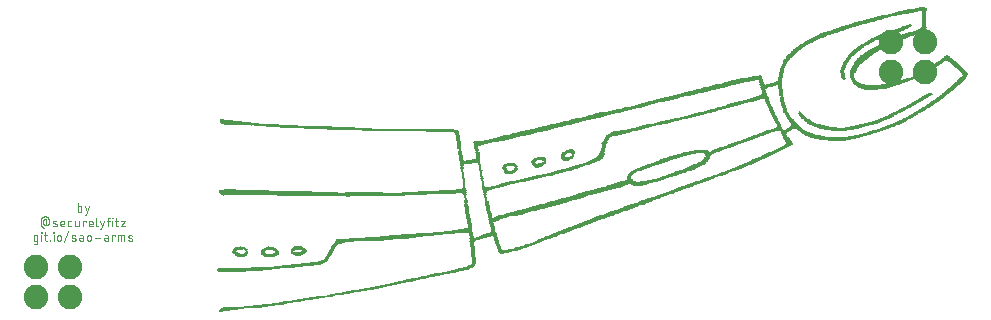
<source format=gts>
G04 EAGLE Gerber X2 export*
G75*
%MOMM*%
%FSLAX34Y34*%
%LPD*%
%AMOC8*
5,1,8,0,0,1.08239X$1,22.5*%
G01*
%ADD10C,0.076200*%
%ADD11C,2.082800*%
%ADD12R,0.194666X0.038931*%
%ADD13R,0.389331X0.038934*%
%ADD14R,0.622931X0.038931*%
%ADD15R,0.856528X0.038934*%
%ADD16R,1.206928X0.038934*%
%ADD17R,1.440528X0.038931*%
%ADD18R,1.401594X0.038934*%
%ADD19R,1.829859X0.038934*%
%ADD20R,2.141325X0.038931*%
%ADD21R,2.842122X0.038934*%
%ADD22R,2.608522X0.038931*%
%ADD23R,1.868794X0.038934*%
%ADD24R,1.557328X0.038934*%
%ADD25R,1.440525X0.038931*%
%ADD26R,1.479459X0.038934*%
%ADD27R,1.090128X0.038934*%
%ADD28R,1.051197X0.038931*%
%ADD29R,0.895463X0.038934*%
%ADD30R,0.934394X0.038934*%
%ADD31R,1.129059X0.038931*%
%ADD32R,0.973328X0.038934*%
%ADD33R,0.934394X0.038931*%
%ADD34R,0.895466X0.038934*%
%ADD35R,0.934397X0.038931*%
%ADD36R,1.012259X0.038934*%
%ADD37R,1.129063X0.038934*%
%ADD38R,1.090128X0.038931*%
%ADD39R,0.973331X0.038931*%
%ADD40R,1.012266X0.038934*%
%ADD41R,0.778666X0.038931*%
%ADD42R,0.545063X0.038934*%
%ADD43R,0.583997X0.038931*%
%ADD44R,0.778663X0.038934*%
%ADD45R,1.051194X0.038931*%
%ADD46R,1.051197X0.038934*%
%ADD47R,0.895463X0.038931*%
%ADD48R,0.856531X0.038934*%
%ADD49R,0.934397X0.038934*%
%ADD50R,0.856528X0.038931*%
%ADD51R,1.012266X0.038931*%
%ADD52R,0.973331X0.038934*%
%ADD53R,0.817594X0.038934*%
%ADD54R,0.778663X0.038931*%
%ADD55R,0.739728X0.038934*%
%ADD56R,0.778666X0.038934*%
%ADD57R,0.739731X0.038931*%
%ADD58R,0.739734X0.038931*%
%ADD59R,1.012263X0.038931*%
%ADD60R,0.817594X0.038931*%
%ADD61R,0.895459X0.038934*%
%ADD62R,1.012259X0.038931*%
%ADD63R,1.596259X0.038934*%
%ADD64R,2.374922X0.038931*%
%ADD65R,2.958919X0.038934*%
%ADD66R,3.815450X0.038934*%
%ADD67R,4.321581X0.038931*%
%ADD68R,4.555181X0.038934*%
%ADD69R,1.012263X0.038934*%
%ADD70R,4.866647X0.038931*%
%ADD71R,5.217047X0.038934*%
%ADD72R,2.842125X0.038934*%
%ADD73R,0.739731X0.038934*%
%ADD74R,2.413856X0.038931*%
%ADD75R,0.661866X0.038931*%
%ADD76R,2.258125X0.038934*%
%ADD77R,0.622931X0.038934*%
%ADD78R,2.258128X0.038931*%
%ADD79R,2.063456X0.038934*%
%ADD80R,0.467197X0.038934*%
%ADD81R,2.141322X0.038934*%
%ADD82R,0.428266X0.038934*%
%ADD83R,0.272534X0.038931*%
%ADD84R,2.297056X0.038934*%
%ADD85R,0.272531X0.038934*%
%ADD86R,2.063459X0.038934*%
%ADD87R,0.233597X0.038934*%
%ADD88R,1.751991X0.038931*%
%ADD89R,0.272531X0.038931*%
%ADD90R,1.440525X0.038934*%
%ADD91R,0.311463X0.038934*%
%ADD92R,1.129063X0.038931*%
%ADD93R,0.311463X0.038931*%
%ADD94R,0.700800X0.038934*%
%ADD95R,0.622934X0.038931*%
%ADD96R,0.506134X0.038934*%
%ADD97R,0.467200X0.038934*%
%ADD98R,0.350397X0.038934*%
%ADD99R,0.428269X0.038931*%
%ADD100R,0.350397X0.038931*%
%ADD101R,0.350400X0.038934*%
%ADD102R,0.311466X0.038934*%
%ADD103R,0.311466X0.038931*%
%ADD104R,0.272534X0.038934*%
%ADD105R,0.389331X0.038931*%
%ADD106R,0.545063X0.038931*%
%ADD107R,0.233600X0.038934*%
%ADD108R,0.350400X0.038931*%
%ADD109R,1.167994X0.038934*%
%ADD110R,0.584000X0.038934*%
%ADD111R,1.245863X0.038931*%
%ADD112R,0.428263X0.038934*%
%ADD113R,0.506131X0.038931*%
%ADD114R,0.233597X0.038931*%
%ADD115R,1.129066X0.038931*%
%ADD116R,0.622928X0.038934*%
%ADD117R,0.194666X0.038934*%
%ADD118R,0.233600X0.038931*%
%ADD119R,0.467197X0.038931*%
%ADD120R,0.233603X0.038934*%
%ADD121R,1.284797X0.038931*%
%ADD122R,1.440528X0.038934*%
%ADD123R,0.428266X0.038931*%
%ADD124R,1.167997X0.038934*%
%ADD125R,0.817600X0.038934*%
%ADD126R,1.090131X0.038931*%
%ADD127R,0.700797X0.038931*%
%ADD128R,0.545066X0.038931*%
%ADD129R,0.817597X0.038931*%
%ADD130R,0.077869X0.038934*%
%ADD131R,0.077866X0.038934*%
%ADD132R,0.622934X0.038934*%
%ADD133R,0.700797X0.038934*%
%ADD134R,0.661863X0.038934*%
%ADD135R,0.622928X0.038931*%
%ADD136R,0.467200X0.038931*%
%ADD137R,0.817597X0.038934*%
%ADD138R,1.090131X0.038934*%
%ADD139R,0.545066X0.038934*%
%ADD140R,1.557328X0.038931*%
%ADD141R,0.428263X0.038931*%
%ADD142R,3.231453X0.038934*%
%ADD143R,4.126916X0.038931*%
%ADD144R,4.438378X0.038934*%
%ADD145R,0.583997X0.038934*%
%ADD146R,4.087981X0.038931*%
%ADD147R,4.126916X0.038934*%
%ADD148R,1.051194X0.038934*%
%ADD149R,4.087984X0.038934*%
%ADD150R,1.129059X0.038934*%
%ADD151R,4.126919X0.038931*%
%ADD152R,0.739728X0.038931*%
%ADD153R,3.893319X0.038934*%
%ADD154R,0.700794X0.038934*%
%ADD155R,3.270388X0.038931*%
%ADD156R,0.895466X0.038931*%
%ADD157R,3.309322X0.038934*%
%ADD158R,1.362659X0.038934*%
%ADD159R,3.309316X0.038931*%
%ADD160R,1.206931X0.038931*%
%ADD161R,3.192519X0.038934*%
%ADD162R,2.919987X0.038934*%
%ADD163R,2.647456X0.038931*%
%ADD164R,2.686387X0.038934*%
%ADD165R,2.491725X0.038931*%
%ADD166R,2.335991X0.038934*%
%ADD167R,0.583994X0.038934*%
%ADD168R,2.803191X0.038934*%
%ADD169R,2.335991X0.038931*%
%ADD170R,2.024525X0.038934*%
%ADD171R,1.713063X0.038931*%
%ADD172R,1.479463X0.038934*%
%ADD173R,1.245863X0.038934*%
%ADD174R,0.583994X0.038931*%
%ADD175R,0.778659X0.038934*%
%ADD176R,1.206925X0.038934*%
%ADD177R,0.973328X0.038931*%
%ADD178R,0.934400X0.038931*%
%ADD179R,1.323728X0.038931*%
%ADD180R,0.311469X0.038934*%
%ADD181R,1.362663X0.038934*%
%ADD182R,0.311469X0.038931*%
%ADD183R,1.479459X0.038931*%
%ADD184R,0.895459X0.038931*%
%ADD185R,1.362663X0.038931*%
%ADD186R,1.323728X0.038934*%
%ADD187R,1.284791X0.038934*%
%ADD188R,1.284794X0.038931*%
%ADD189R,1.284794X0.038934*%
%ADD190R,1.401594X0.038931*%
%ADD191R,1.401597X0.038934*%
%ADD192R,1.518394X0.038934*%
%ADD193R,1.557325X0.038934*%
%ADD194R,1.596259X0.038931*%
%ADD195R,1.518394X0.038931*%
%ADD196R,1.479456X0.038931*%
%ADD197R,0.856531X0.038931*%
%ADD198R,1.206928X0.038931*%
%ADD199R,5.217044X0.038934*%
%ADD200R,0.038931X0.038934*%
%ADD201R,10.901288X0.038934*%
%ADD202R,12.964744X0.038931*%
%ADD203R,17.403128X0.038934*%
%ADD204R,18.337522X0.038934*%
%ADD205R,0.661866X0.038934*%
%ADD206R,19.232988X0.038931*%
%ADD207R,1.401597X0.038931*%
%ADD208R,19.933781X0.038934*%
%ADD209R,10.044756X0.038931*%
%ADD210R,3.192522X0.038931*%
%ADD211R,4.905578X0.038931*%
%ADD212R,0.389334X0.038931*%
%ADD213R,1.362659X0.038931*%
%ADD214R,8.098100X0.038934*%
%ADD215R,5.178113X0.038934*%
%ADD216R,7.864500X0.038934*%
%ADD217R,4.126919X0.038934*%
%ADD218R,5.178113X0.038931*%
%ADD219R,3.542919X0.038931*%
%ADD220R,1.401591X0.038931*%
%ADD221R,4.165850X0.038934*%
%ADD222R,2.297059X0.038934*%
%ADD223R,1.751991X0.038934*%
%ADD224R,0.700800X0.038931*%
%ADD225R,0.506131X0.038934*%
%ADD226R,1.401591X0.038934*%
%ADD227R,1.284791X0.038931*%
%ADD228R,0.700794X0.038931*%
%ADD229R,2.881053X0.038934*%
%ADD230R,0.194669X0.038934*%
%ADD231R,2.919984X0.038934*%
%ADD232R,0.194669X0.038931*%
%ADD233R,2.919987X0.038931*%
%ADD234R,1.635194X0.038934*%
%ADD235R,0.233603X0.038931*%
%ADD236R,1.167994X0.038931*%
%ADD237R,0.661863X0.038931*%
%ADD238R,0.389334X0.038934*%
%ADD239R,0.739734X0.038934*%
%ADD240R,0.584000X0.038931*%
%ADD241R,1.713059X0.038934*%
%ADD242R,1.713059X0.038931*%
%ADD243R,1.090125X0.038934*%
%ADD244R,0.506128X0.038931*%
%ADD245R,2.608522X0.038934*%
%ADD246R,1.829859X0.038931*%
%ADD247R,1.674125X0.038934*%
%ADD248R,1.167997X0.038931*%
%ADD249R,0.506128X0.038934*%
%ADD250R,0.038934X0.038931*%
%ADD251R,0.428269X0.038934*%
%ADD252R,1.790925X0.038934*%
%ADD253R,1.868791X0.038934*%
%ADD254R,1.635194X0.038931*%
%ADD255R,0.350403X0.038934*%
%ADD256R,2.102391X0.038934*%
%ADD257R,1.479456X0.038934*%
%ADD258R,3.153584X0.038931*%
%ADD259R,3.542919X0.038934*%
%ADD260R,3.854384X0.038934*%
%ADD261R,1.674128X0.038931*%
%ADD262R,1.596263X0.038931*%
%ADD263R,1.674125X0.038931*%
%ADD264R,1.596263X0.038934*%
%ADD265R,2.725322X0.038931*%
%ADD266R,5.723175X0.038934*%
%ADD267R,1.674128X0.038934*%
%ADD268R,7.124769X0.038931*%
%ADD269R,7.942369X0.038934*%
%ADD270R,9.188228X0.038934*%
%ADD271R,10.473022X0.038931*%
%ADD272R,2.569587X0.038931*%
%ADD273R,5.100244X0.038934*%
%ADD274R,2.997850X0.038934*%
%ADD275R,5.255975X0.038931*%
%ADD276R,3.348250X0.038931*%
%ADD277R,5.255978X0.038934*%
%ADD278R,5.567441X0.038934*%
%ADD279R,4.983447X0.038931*%
%ADD280R,3.620784X0.038934*%
%ADD281R,3.387184X0.038931*%
%ADD282R,0.038934X0.038934*%
%ADD283R,2.297056X0.038931*%
%ADD284R,0.506134X0.038931*%
%ADD285R,3.426119X0.038934*%
%ADD286R,2.569591X0.038934*%
%ADD287R,1.518391X0.038934*%
%ADD288R,2.219191X0.038931*%
%ADD289R,1.518397X0.038931*%
%ADD290R,0.545069X0.038934*%
%ADD291R,1.479463X0.038931*%
%ADD292R,0.155734X0.038934*%
%ADD293R,1.245859X0.038934*%
%ADD294R,1.245859X0.038931*%
%ADD295R,1.206931X0.038934*%
%ADD296R,1.323725X0.038934*%
%ADD297R,1.323725X0.038931*%
%ADD298R,0.155731X0.038934*%
%ADD299R,1.790925X0.038931*%
%ADD300R,2.180259X0.038934*%
%ADD301R,2.452794X0.038934*%
%ADD302R,2.686391X0.038931*%
%ADD303R,3.036791X0.038931*%
%ADD304R,1.518397X0.038934*%
%ADD305R,3.192522X0.038934*%
%ADD306R,3.387184X0.038934*%
%ADD307R,0.116800X0.038934*%
%ADD308R,1.946656X0.038931*%
%ADD309R,0.077869X0.038931*%
%ADD310R,1.090125X0.038931*%
%ADD311R,0.934400X0.038934*%
%ADD312R,1.129066X0.038934*%


D10*
X58836Y104775D02*
X58836Y97409D01*
X60882Y97409D01*
X60951Y97411D01*
X61019Y97417D01*
X61088Y97426D01*
X61155Y97440D01*
X61222Y97457D01*
X61288Y97478D01*
X61352Y97502D01*
X61415Y97531D01*
X61476Y97562D01*
X61535Y97597D01*
X61593Y97635D01*
X61648Y97677D01*
X61700Y97721D01*
X61750Y97769D01*
X61798Y97819D01*
X61842Y97871D01*
X61884Y97926D01*
X61922Y97984D01*
X61957Y98043D01*
X61988Y98104D01*
X62017Y98167D01*
X62041Y98231D01*
X62062Y98297D01*
X62079Y98364D01*
X62093Y98431D01*
X62102Y98500D01*
X62108Y98568D01*
X62110Y98637D01*
X62109Y98637D02*
X62109Y101092D01*
X62110Y101092D02*
X62108Y101161D01*
X62102Y101229D01*
X62093Y101298D01*
X62079Y101365D01*
X62062Y101432D01*
X62041Y101498D01*
X62017Y101562D01*
X61988Y101625D01*
X61957Y101686D01*
X61922Y101745D01*
X61884Y101803D01*
X61842Y101858D01*
X61798Y101910D01*
X61750Y101960D01*
X61700Y102008D01*
X61648Y102052D01*
X61593Y102094D01*
X61535Y102132D01*
X61476Y102167D01*
X61415Y102198D01*
X61352Y102227D01*
X61288Y102251D01*
X61222Y102272D01*
X61155Y102289D01*
X61088Y102303D01*
X61019Y102312D01*
X60951Y102318D01*
X60882Y102320D01*
X58836Y102320D01*
X64891Y94954D02*
X65709Y94954D01*
X68164Y102320D01*
X64891Y102320D02*
X66528Y97409D01*
X32384Y91355D02*
X31156Y91355D01*
X31156Y91356D02*
X31087Y91354D01*
X31019Y91348D01*
X30950Y91339D01*
X30883Y91325D01*
X30816Y91308D01*
X30750Y91287D01*
X30686Y91263D01*
X30623Y91234D01*
X30562Y91203D01*
X30503Y91168D01*
X30445Y91130D01*
X30390Y91088D01*
X30338Y91044D01*
X30288Y90996D01*
X30240Y90946D01*
X30196Y90894D01*
X30155Y90839D01*
X30116Y90781D01*
X30081Y90722D01*
X30050Y90661D01*
X30021Y90598D01*
X29997Y90534D01*
X29976Y90468D01*
X29959Y90401D01*
X29945Y90334D01*
X29936Y90266D01*
X29930Y90197D01*
X29928Y90128D01*
X29929Y90128D02*
X29929Y87672D01*
X29928Y87672D02*
X29930Y87603D01*
X29936Y87535D01*
X29945Y87466D01*
X29959Y87399D01*
X29976Y87332D01*
X29997Y87266D01*
X30021Y87202D01*
X30050Y87139D01*
X30081Y87078D01*
X30116Y87019D01*
X30154Y86961D01*
X30196Y86906D01*
X30240Y86854D01*
X30288Y86804D01*
X30338Y86756D01*
X30390Y86712D01*
X30445Y86670D01*
X30503Y86632D01*
X30562Y86597D01*
X30623Y86566D01*
X30686Y86537D01*
X30750Y86513D01*
X30816Y86492D01*
X30883Y86475D01*
X30950Y86461D01*
X31019Y86452D01*
X31087Y86446D01*
X31156Y86444D01*
X31225Y86446D01*
X31293Y86452D01*
X31362Y86461D01*
X31429Y86475D01*
X31496Y86492D01*
X31562Y86513D01*
X31626Y86537D01*
X31689Y86566D01*
X31750Y86597D01*
X31809Y86632D01*
X31867Y86670D01*
X31922Y86712D01*
X31974Y86756D01*
X32024Y86804D01*
X32072Y86854D01*
X32116Y86906D01*
X32158Y86961D01*
X32196Y87019D01*
X32231Y87078D01*
X32262Y87139D01*
X32291Y87202D01*
X32315Y87266D01*
X32336Y87332D01*
X32353Y87399D01*
X32367Y87466D01*
X32376Y87535D01*
X32382Y87603D01*
X32384Y87672D01*
X32384Y87468D02*
X32384Y91355D01*
X32384Y87468D02*
X32386Y87405D01*
X32392Y87342D01*
X32401Y87280D01*
X32415Y87218D01*
X32432Y87158D01*
X32453Y87098D01*
X32478Y87040D01*
X32506Y86984D01*
X32537Y86929D01*
X32572Y86877D01*
X32610Y86827D01*
X32651Y86779D01*
X32695Y86734D01*
X32741Y86691D01*
X32791Y86652D01*
X32842Y86615D01*
X32896Y86582D01*
X32951Y86552D01*
X33008Y86526D01*
X33067Y86503D01*
X33127Y86484D01*
X33188Y86469D01*
X33250Y86457D01*
X33313Y86449D01*
X33375Y86445D01*
X33439Y86445D01*
X33501Y86449D01*
X33564Y86457D01*
X33626Y86469D01*
X33687Y86484D01*
X33747Y86503D01*
X33806Y86526D01*
X33863Y86552D01*
X33918Y86582D01*
X33972Y86615D01*
X34023Y86652D01*
X34073Y86691D01*
X34119Y86734D01*
X34163Y86779D01*
X34204Y86827D01*
X34242Y86877D01*
X34277Y86929D01*
X34308Y86984D01*
X34336Y87040D01*
X34361Y87098D01*
X34382Y87158D01*
X34399Y87218D01*
X34413Y87280D01*
X34422Y87342D01*
X34428Y87405D01*
X34430Y87468D01*
X34430Y90537D01*
X34428Y90650D01*
X34422Y90763D01*
X34412Y90875D01*
X34399Y90988D01*
X34381Y91099D01*
X34360Y91210D01*
X34335Y91321D01*
X34306Y91430D01*
X34273Y91538D01*
X34237Y91645D01*
X34197Y91751D01*
X34153Y91855D01*
X34106Y91958D01*
X34055Y92059D01*
X34001Y92158D01*
X33943Y92255D01*
X33882Y92350D01*
X33818Y92443D01*
X33751Y92534D01*
X33680Y92622D01*
X33607Y92708D01*
X33530Y92791D01*
X33451Y92872D01*
X33369Y92950D01*
X33284Y93025D01*
X33197Y93097D01*
X33108Y93166D01*
X33016Y93231D01*
X32922Y93294D01*
X32826Y93353D01*
X32727Y93409D01*
X32627Y93462D01*
X32525Y93511D01*
X32422Y93556D01*
X32317Y93598D01*
X32211Y93636D01*
X32103Y93671D01*
X31994Y93702D01*
X31885Y93729D01*
X31774Y93752D01*
X31663Y93772D01*
X31551Y93787D01*
X31438Y93799D01*
X31325Y93807D01*
X31213Y93811D01*
X31099Y93811D01*
X30987Y93807D01*
X30874Y93799D01*
X30761Y93787D01*
X30649Y93772D01*
X30538Y93752D01*
X30427Y93729D01*
X30318Y93702D01*
X30209Y93671D01*
X30101Y93636D01*
X29995Y93598D01*
X29890Y93556D01*
X29787Y93511D01*
X29685Y93462D01*
X29585Y93409D01*
X29486Y93353D01*
X29390Y93294D01*
X29296Y93231D01*
X29204Y93166D01*
X29115Y93097D01*
X29028Y93025D01*
X28943Y92950D01*
X28861Y92872D01*
X28782Y92791D01*
X28705Y92708D01*
X28632Y92622D01*
X28561Y92534D01*
X28494Y92443D01*
X28430Y92350D01*
X28369Y92255D01*
X28311Y92158D01*
X28257Y92059D01*
X28206Y91958D01*
X28159Y91855D01*
X28115Y91751D01*
X28075Y91645D01*
X28039Y91538D01*
X28006Y91430D01*
X27977Y91321D01*
X27952Y91210D01*
X27931Y91099D01*
X27913Y90988D01*
X27900Y90875D01*
X27890Y90763D01*
X27884Y90650D01*
X27882Y90537D01*
X27883Y90537D02*
X27883Y87059D01*
X27885Y86949D01*
X27891Y86839D01*
X27901Y86730D01*
X27914Y86621D01*
X27932Y86512D01*
X27954Y86404D01*
X27979Y86297D01*
X28008Y86191D01*
X28041Y86086D01*
X28078Y85982D01*
X28118Y85880D01*
X28162Y85779D01*
X28209Y85680D01*
X28260Y85583D01*
X28315Y85487D01*
X28373Y85394D01*
X28434Y85302D01*
X28498Y85213D01*
X28566Y85126D01*
X28637Y85042D01*
X28710Y84960D01*
X28787Y84881D01*
X28866Y84805D01*
X28948Y84731D01*
X29032Y84661D01*
X29119Y84594D01*
X29209Y84530D01*
X29300Y84469D01*
X29394Y84411D01*
X29490Y84357D01*
X29587Y84306D01*
X29686Y84259D01*
X29787Y84215D01*
X29890Y84175D01*
X29994Y84138D01*
X30099Y84106D01*
X30205Y84077D01*
X30312Y84052D01*
X30420Y84031D01*
X30528Y84013D01*
X30638Y84000D01*
X30747Y83990D01*
X38668Y88082D02*
X40714Y87263D01*
X38668Y88082D02*
X38609Y88107D01*
X38552Y88136D01*
X38497Y88169D01*
X38444Y88205D01*
X38393Y88243D01*
X38345Y88285D01*
X38299Y88330D01*
X38256Y88377D01*
X38216Y88427D01*
X38179Y88479D01*
X38145Y88534D01*
X38114Y88590D01*
X38087Y88648D01*
X38064Y88708D01*
X38044Y88768D01*
X38028Y88830D01*
X38015Y88893D01*
X38007Y88957D01*
X38002Y89020D01*
X38001Y89084D01*
X38004Y89148D01*
X38011Y89212D01*
X38022Y89275D01*
X38036Y89337D01*
X38054Y89399D01*
X38076Y89459D01*
X38101Y89518D01*
X38130Y89575D01*
X38163Y89630D01*
X38198Y89683D01*
X38237Y89734D01*
X38279Y89783D01*
X38323Y89829D01*
X38371Y89872D01*
X38420Y89912D01*
X38473Y89949D01*
X38527Y89983D01*
X38583Y90014D01*
X38641Y90041D01*
X38700Y90065D01*
X38761Y90084D01*
X38823Y90101D01*
X38886Y90113D01*
X38949Y90122D01*
X39013Y90127D01*
X39077Y90128D01*
X39213Y90124D01*
X39348Y90116D01*
X39484Y90104D01*
X39618Y90088D01*
X39753Y90068D01*
X39886Y90045D01*
X40019Y90017D01*
X40151Y89986D01*
X40282Y89951D01*
X40412Y89912D01*
X40541Y89869D01*
X40668Y89822D01*
X40794Y89772D01*
X40919Y89718D01*
X40714Y87263D02*
X40773Y87238D01*
X40830Y87209D01*
X40885Y87176D01*
X40938Y87140D01*
X40989Y87102D01*
X41037Y87060D01*
X41083Y87015D01*
X41126Y86968D01*
X41166Y86918D01*
X41203Y86866D01*
X41237Y86811D01*
X41268Y86755D01*
X41295Y86697D01*
X41318Y86637D01*
X41338Y86577D01*
X41354Y86515D01*
X41367Y86452D01*
X41375Y86388D01*
X41380Y86325D01*
X41381Y86261D01*
X41378Y86197D01*
X41371Y86133D01*
X41360Y86070D01*
X41346Y86008D01*
X41328Y85946D01*
X41306Y85886D01*
X41281Y85827D01*
X41252Y85770D01*
X41219Y85715D01*
X41184Y85662D01*
X41145Y85611D01*
X41103Y85562D01*
X41059Y85516D01*
X41011Y85473D01*
X40962Y85433D01*
X40909Y85396D01*
X40855Y85362D01*
X40799Y85331D01*
X40741Y85304D01*
X40682Y85280D01*
X40621Y85261D01*
X40559Y85244D01*
X40496Y85232D01*
X40433Y85223D01*
X40369Y85218D01*
X40305Y85217D01*
X40141Y85221D01*
X39977Y85229D01*
X39813Y85241D01*
X39650Y85257D01*
X39487Y85277D01*
X39324Y85300D01*
X39163Y85328D01*
X39001Y85359D01*
X38841Y85394D01*
X38682Y85433D01*
X38523Y85476D01*
X38366Y85522D01*
X38209Y85572D01*
X38054Y85626D01*
X45621Y85217D02*
X47667Y85217D01*
X45621Y85217D02*
X45552Y85219D01*
X45484Y85225D01*
X45415Y85234D01*
X45348Y85248D01*
X45281Y85265D01*
X45215Y85286D01*
X45151Y85310D01*
X45088Y85339D01*
X45027Y85370D01*
X44968Y85405D01*
X44910Y85443D01*
X44855Y85485D01*
X44803Y85529D01*
X44753Y85577D01*
X44705Y85627D01*
X44661Y85679D01*
X44619Y85734D01*
X44581Y85792D01*
X44546Y85851D01*
X44515Y85912D01*
X44486Y85975D01*
X44462Y86039D01*
X44441Y86105D01*
X44424Y86172D01*
X44410Y86239D01*
X44401Y86308D01*
X44395Y86376D01*
X44393Y86445D01*
X44394Y86445D02*
X44394Y88491D01*
X44396Y88570D01*
X44402Y88649D01*
X44411Y88728D01*
X44424Y88806D01*
X44442Y88883D01*
X44462Y88959D01*
X44487Y89034D01*
X44515Y89108D01*
X44546Y89181D01*
X44582Y89252D01*
X44620Y89321D01*
X44662Y89388D01*
X44707Y89453D01*
X44755Y89516D01*
X44806Y89577D01*
X44860Y89634D01*
X44916Y89690D01*
X44975Y89742D01*
X45037Y89792D01*
X45101Y89838D01*
X45167Y89882D01*
X45235Y89922D01*
X45305Y89958D01*
X45377Y89992D01*
X45451Y90022D01*
X45525Y90048D01*
X45601Y90071D01*
X45678Y90089D01*
X45755Y90105D01*
X45834Y90116D01*
X45912Y90124D01*
X45991Y90128D01*
X46071Y90128D01*
X46150Y90124D01*
X46228Y90116D01*
X46307Y90105D01*
X46384Y90089D01*
X46461Y90071D01*
X46537Y90048D01*
X46611Y90022D01*
X46685Y89992D01*
X46757Y89958D01*
X46827Y89922D01*
X46895Y89882D01*
X46961Y89838D01*
X47025Y89792D01*
X47087Y89742D01*
X47146Y89690D01*
X47202Y89634D01*
X47256Y89577D01*
X47307Y89516D01*
X47355Y89453D01*
X47400Y89388D01*
X47442Y89321D01*
X47480Y89252D01*
X47516Y89181D01*
X47547Y89108D01*
X47575Y89034D01*
X47600Y88959D01*
X47620Y88883D01*
X47638Y88806D01*
X47651Y88728D01*
X47660Y88649D01*
X47666Y88570D01*
X47668Y88491D01*
X47667Y88491D02*
X47667Y87672D01*
X44394Y87672D01*
X51970Y85217D02*
X53607Y85217D01*
X51970Y85217D02*
X51901Y85219D01*
X51833Y85225D01*
X51764Y85234D01*
X51697Y85248D01*
X51630Y85265D01*
X51564Y85286D01*
X51500Y85310D01*
X51437Y85339D01*
X51376Y85370D01*
X51317Y85405D01*
X51259Y85443D01*
X51204Y85485D01*
X51152Y85529D01*
X51102Y85577D01*
X51054Y85627D01*
X51010Y85679D01*
X50968Y85734D01*
X50930Y85792D01*
X50895Y85851D01*
X50864Y85912D01*
X50835Y85975D01*
X50811Y86039D01*
X50790Y86105D01*
X50773Y86172D01*
X50759Y86239D01*
X50750Y86308D01*
X50744Y86376D01*
X50742Y86445D01*
X50743Y86445D02*
X50743Y88900D01*
X50742Y88900D02*
X50744Y88969D01*
X50750Y89037D01*
X50759Y89106D01*
X50773Y89173D01*
X50790Y89240D01*
X50811Y89306D01*
X50835Y89370D01*
X50864Y89433D01*
X50895Y89494D01*
X50930Y89553D01*
X50968Y89611D01*
X51010Y89666D01*
X51054Y89718D01*
X51102Y89768D01*
X51152Y89816D01*
X51204Y89860D01*
X51259Y89902D01*
X51317Y89940D01*
X51376Y89975D01*
X51437Y90006D01*
X51500Y90035D01*
X51564Y90059D01*
X51630Y90080D01*
X51697Y90097D01*
X51764Y90111D01*
X51833Y90120D01*
X51901Y90126D01*
X51970Y90128D01*
X53607Y90128D01*
X56586Y90128D02*
X56586Y86445D01*
X56585Y86445D02*
X56587Y86376D01*
X56593Y86308D01*
X56602Y86239D01*
X56616Y86172D01*
X56633Y86105D01*
X56654Y86039D01*
X56678Y85975D01*
X56707Y85912D01*
X56738Y85851D01*
X56773Y85792D01*
X56811Y85734D01*
X56853Y85679D01*
X56897Y85627D01*
X56945Y85577D01*
X56995Y85529D01*
X57047Y85485D01*
X57102Y85443D01*
X57160Y85405D01*
X57219Y85370D01*
X57280Y85339D01*
X57343Y85310D01*
X57407Y85286D01*
X57473Y85265D01*
X57540Y85248D01*
X57607Y85234D01*
X57676Y85225D01*
X57744Y85219D01*
X57813Y85217D01*
X59859Y85217D01*
X59859Y90128D01*
X63459Y90128D02*
X63459Y85217D01*
X63459Y90128D02*
X65915Y90128D01*
X65915Y89309D01*
X69518Y85217D02*
X71564Y85217D01*
X69518Y85217D02*
X69449Y85219D01*
X69381Y85225D01*
X69312Y85234D01*
X69245Y85248D01*
X69178Y85265D01*
X69112Y85286D01*
X69048Y85310D01*
X68985Y85339D01*
X68924Y85370D01*
X68865Y85405D01*
X68807Y85443D01*
X68752Y85485D01*
X68700Y85529D01*
X68650Y85577D01*
X68602Y85627D01*
X68558Y85679D01*
X68516Y85734D01*
X68478Y85792D01*
X68443Y85851D01*
X68412Y85912D01*
X68383Y85975D01*
X68359Y86039D01*
X68338Y86105D01*
X68321Y86172D01*
X68307Y86239D01*
X68298Y86308D01*
X68292Y86376D01*
X68290Y86445D01*
X68290Y88491D01*
X68292Y88570D01*
X68298Y88649D01*
X68307Y88728D01*
X68320Y88806D01*
X68338Y88883D01*
X68358Y88959D01*
X68383Y89034D01*
X68411Y89108D01*
X68442Y89181D01*
X68478Y89252D01*
X68516Y89321D01*
X68558Y89388D01*
X68603Y89453D01*
X68651Y89516D01*
X68702Y89577D01*
X68756Y89634D01*
X68812Y89690D01*
X68871Y89742D01*
X68933Y89792D01*
X68997Y89838D01*
X69063Y89882D01*
X69131Y89922D01*
X69201Y89958D01*
X69273Y89992D01*
X69347Y90022D01*
X69421Y90048D01*
X69497Y90071D01*
X69574Y90089D01*
X69651Y90105D01*
X69730Y90116D01*
X69808Y90124D01*
X69887Y90128D01*
X69967Y90128D01*
X70046Y90124D01*
X70124Y90116D01*
X70203Y90105D01*
X70280Y90089D01*
X70357Y90071D01*
X70433Y90048D01*
X70507Y90022D01*
X70581Y89992D01*
X70653Y89958D01*
X70723Y89922D01*
X70791Y89882D01*
X70857Y89838D01*
X70921Y89792D01*
X70983Y89742D01*
X71042Y89690D01*
X71098Y89634D01*
X71152Y89577D01*
X71203Y89516D01*
X71251Y89453D01*
X71296Y89388D01*
X71338Y89321D01*
X71376Y89252D01*
X71412Y89181D01*
X71443Y89108D01*
X71471Y89034D01*
X71496Y88959D01*
X71516Y88883D01*
X71534Y88806D01*
X71547Y88728D01*
X71556Y88649D01*
X71562Y88570D01*
X71564Y88491D01*
X71564Y87672D01*
X68290Y87672D01*
X74713Y86445D02*
X74713Y92583D01*
X74712Y86445D02*
X74714Y86376D01*
X74720Y86308D01*
X74729Y86239D01*
X74743Y86172D01*
X74760Y86105D01*
X74781Y86039D01*
X74805Y85975D01*
X74834Y85912D01*
X74865Y85851D01*
X74900Y85792D01*
X74938Y85734D01*
X74980Y85679D01*
X75024Y85627D01*
X75072Y85577D01*
X75122Y85529D01*
X75174Y85485D01*
X75229Y85443D01*
X75287Y85405D01*
X75346Y85370D01*
X75407Y85339D01*
X75470Y85310D01*
X75534Y85286D01*
X75600Y85265D01*
X75667Y85248D01*
X75734Y85234D01*
X75803Y85225D01*
X75871Y85219D01*
X75940Y85217D01*
X78287Y82762D02*
X79106Y82762D01*
X81561Y90128D01*
X78287Y90128D02*
X79924Y85217D01*
X84777Y85217D02*
X84777Y91355D01*
X84776Y91355D02*
X84778Y91424D01*
X84784Y91492D01*
X84793Y91561D01*
X84807Y91628D01*
X84824Y91695D01*
X84845Y91761D01*
X84869Y91825D01*
X84898Y91888D01*
X84929Y91949D01*
X84964Y92008D01*
X85002Y92066D01*
X85044Y92121D01*
X85088Y92173D01*
X85136Y92223D01*
X85186Y92271D01*
X85238Y92315D01*
X85293Y92356D01*
X85351Y92395D01*
X85410Y92430D01*
X85471Y92461D01*
X85534Y92490D01*
X85598Y92514D01*
X85664Y92535D01*
X85731Y92552D01*
X85798Y92566D01*
X85866Y92575D01*
X85935Y92581D01*
X86004Y92583D01*
X86414Y92583D01*
X86414Y90128D02*
X83958Y90128D01*
X88458Y90128D02*
X88458Y85217D01*
X88254Y92174D02*
X88254Y92583D01*
X88663Y92583D01*
X88663Y92174D01*
X88254Y92174D01*
X90824Y90128D02*
X93279Y90128D01*
X91643Y92583D02*
X91643Y86445D01*
X91642Y86445D02*
X91644Y86376D01*
X91650Y86308D01*
X91659Y86239D01*
X91673Y86172D01*
X91690Y86105D01*
X91711Y86039D01*
X91735Y85975D01*
X91764Y85912D01*
X91795Y85851D01*
X91830Y85792D01*
X91868Y85734D01*
X91910Y85679D01*
X91954Y85627D01*
X92002Y85577D01*
X92052Y85529D01*
X92104Y85485D01*
X92159Y85443D01*
X92217Y85405D01*
X92276Y85370D01*
X92337Y85339D01*
X92400Y85310D01*
X92464Y85286D01*
X92530Y85265D01*
X92597Y85248D01*
X92664Y85234D01*
X92733Y85225D01*
X92801Y85219D01*
X92870Y85217D01*
X93279Y85217D01*
X95844Y90128D02*
X99117Y90128D01*
X95844Y85217D01*
X99117Y85217D01*
X24903Y73025D02*
X22857Y73025D01*
X22788Y73027D01*
X22720Y73033D01*
X22651Y73042D01*
X22584Y73056D01*
X22517Y73073D01*
X22451Y73094D01*
X22387Y73118D01*
X22324Y73147D01*
X22263Y73178D01*
X22204Y73213D01*
X22146Y73251D01*
X22091Y73293D01*
X22039Y73337D01*
X21989Y73385D01*
X21941Y73435D01*
X21897Y73487D01*
X21855Y73542D01*
X21817Y73600D01*
X21782Y73659D01*
X21751Y73720D01*
X21722Y73783D01*
X21698Y73847D01*
X21677Y73913D01*
X21660Y73980D01*
X21646Y74047D01*
X21637Y74116D01*
X21631Y74184D01*
X21629Y74253D01*
X21629Y76708D01*
X21631Y76777D01*
X21637Y76845D01*
X21646Y76914D01*
X21660Y76981D01*
X21677Y77048D01*
X21698Y77114D01*
X21722Y77178D01*
X21751Y77241D01*
X21782Y77302D01*
X21817Y77361D01*
X21855Y77419D01*
X21897Y77474D01*
X21941Y77526D01*
X21989Y77576D01*
X22039Y77624D01*
X22091Y77668D01*
X22146Y77710D01*
X22204Y77748D01*
X22263Y77783D01*
X22324Y77814D01*
X22387Y77843D01*
X22451Y77867D01*
X22517Y77888D01*
X22584Y77905D01*
X22651Y77919D01*
X22720Y77928D01*
X22788Y77934D01*
X22857Y77936D01*
X24903Y77936D01*
X24903Y71797D01*
X24901Y71728D01*
X24895Y71660D01*
X24886Y71591D01*
X24872Y71524D01*
X24855Y71457D01*
X24834Y71391D01*
X24810Y71327D01*
X24781Y71264D01*
X24750Y71203D01*
X24715Y71144D01*
X24677Y71086D01*
X24635Y71031D01*
X24591Y70979D01*
X24543Y70929D01*
X24493Y70881D01*
X24441Y70837D01*
X24386Y70796D01*
X24328Y70757D01*
X24269Y70722D01*
X24208Y70691D01*
X24145Y70662D01*
X24081Y70638D01*
X24015Y70617D01*
X23948Y70600D01*
X23881Y70586D01*
X23813Y70577D01*
X23744Y70571D01*
X23675Y70569D01*
X23675Y70570D02*
X22038Y70570D01*
X28183Y73025D02*
X28183Y77936D01*
X27979Y79982D02*
X27979Y80391D01*
X28388Y80391D01*
X28388Y79982D01*
X27979Y79982D01*
X30549Y77936D02*
X33005Y77936D01*
X31368Y80391D02*
X31368Y74253D01*
X31367Y74253D02*
X31369Y74184D01*
X31375Y74116D01*
X31384Y74047D01*
X31398Y73980D01*
X31415Y73913D01*
X31436Y73847D01*
X31460Y73783D01*
X31489Y73720D01*
X31520Y73659D01*
X31555Y73600D01*
X31593Y73542D01*
X31635Y73487D01*
X31679Y73435D01*
X31727Y73385D01*
X31777Y73337D01*
X31829Y73293D01*
X31884Y73251D01*
X31942Y73213D01*
X32001Y73178D01*
X32062Y73147D01*
X32125Y73118D01*
X32189Y73094D01*
X32255Y73073D01*
X32322Y73056D01*
X32389Y73042D01*
X32458Y73033D01*
X32526Y73027D01*
X32595Y73025D01*
X33005Y73025D01*
X35538Y73025D02*
X35538Y73434D01*
X35947Y73434D01*
X35947Y73025D01*
X35538Y73025D01*
X38668Y73025D02*
X38668Y77936D01*
X38464Y79982D02*
X38464Y80391D01*
X38873Y80391D01*
X38873Y79982D01*
X38464Y79982D01*
X41665Y76299D02*
X41665Y74662D01*
X41664Y76299D02*
X41666Y76378D01*
X41672Y76457D01*
X41681Y76536D01*
X41694Y76614D01*
X41712Y76691D01*
X41732Y76767D01*
X41757Y76842D01*
X41785Y76916D01*
X41816Y76989D01*
X41852Y77060D01*
X41890Y77129D01*
X41932Y77196D01*
X41977Y77261D01*
X42025Y77324D01*
X42076Y77385D01*
X42130Y77442D01*
X42186Y77498D01*
X42245Y77550D01*
X42307Y77600D01*
X42371Y77646D01*
X42437Y77690D01*
X42505Y77730D01*
X42575Y77766D01*
X42647Y77800D01*
X42721Y77830D01*
X42795Y77856D01*
X42871Y77879D01*
X42948Y77897D01*
X43025Y77913D01*
X43104Y77924D01*
X43182Y77932D01*
X43261Y77936D01*
X43341Y77936D01*
X43420Y77932D01*
X43498Y77924D01*
X43577Y77913D01*
X43654Y77897D01*
X43731Y77879D01*
X43807Y77856D01*
X43881Y77830D01*
X43955Y77800D01*
X44027Y77766D01*
X44097Y77730D01*
X44165Y77690D01*
X44231Y77646D01*
X44295Y77600D01*
X44357Y77550D01*
X44416Y77498D01*
X44472Y77442D01*
X44526Y77385D01*
X44577Y77324D01*
X44625Y77261D01*
X44670Y77196D01*
X44712Y77129D01*
X44750Y77060D01*
X44786Y76989D01*
X44817Y76916D01*
X44845Y76842D01*
X44870Y76767D01*
X44890Y76691D01*
X44908Y76614D01*
X44921Y76536D01*
X44930Y76457D01*
X44936Y76378D01*
X44938Y76299D01*
X44938Y74662D01*
X44936Y74583D01*
X44930Y74504D01*
X44921Y74425D01*
X44908Y74347D01*
X44890Y74270D01*
X44870Y74194D01*
X44845Y74119D01*
X44817Y74045D01*
X44786Y73972D01*
X44750Y73901D01*
X44712Y73832D01*
X44670Y73765D01*
X44625Y73700D01*
X44577Y73637D01*
X44526Y73576D01*
X44472Y73519D01*
X44416Y73463D01*
X44357Y73411D01*
X44295Y73361D01*
X44231Y73315D01*
X44165Y73271D01*
X44097Y73231D01*
X44027Y73195D01*
X43955Y73161D01*
X43881Y73131D01*
X43807Y73105D01*
X43731Y73082D01*
X43654Y73064D01*
X43577Y73048D01*
X43498Y73037D01*
X43420Y73029D01*
X43341Y73025D01*
X43261Y73025D01*
X43182Y73029D01*
X43104Y73037D01*
X43025Y73048D01*
X42948Y73064D01*
X42871Y73082D01*
X42795Y73105D01*
X42721Y73131D01*
X42647Y73161D01*
X42575Y73195D01*
X42505Y73231D01*
X42437Y73271D01*
X42371Y73315D01*
X42307Y73361D01*
X42245Y73411D01*
X42186Y73463D01*
X42130Y73519D01*
X42076Y73576D01*
X42025Y73637D01*
X41977Y73700D01*
X41932Y73765D01*
X41890Y73832D01*
X41852Y73901D01*
X41816Y73972D01*
X41785Y74045D01*
X41757Y74119D01*
X41732Y74194D01*
X41712Y74270D01*
X41694Y74347D01*
X41681Y74425D01*
X41672Y74504D01*
X41666Y74583D01*
X41664Y74662D01*
X47760Y72207D02*
X51034Y81209D01*
X54470Y75890D02*
X56516Y75071D01*
X54470Y75890D02*
X54411Y75915D01*
X54354Y75944D01*
X54299Y75977D01*
X54246Y76013D01*
X54195Y76051D01*
X54147Y76093D01*
X54101Y76138D01*
X54058Y76185D01*
X54018Y76235D01*
X53981Y76287D01*
X53947Y76342D01*
X53916Y76398D01*
X53889Y76456D01*
X53866Y76516D01*
X53846Y76576D01*
X53830Y76638D01*
X53817Y76701D01*
X53809Y76765D01*
X53804Y76828D01*
X53803Y76892D01*
X53806Y76956D01*
X53813Y77020D01*
X53824Y77083D01*
X53838Y77145D01*
X53856Y77207D01*
X53878Y77267D01*
X53903Y77326D01*
X53932Y77383D01*
X53965Y77438D01*
X54000Y77491D01*
X54039Y77542D01*
X54081Y77591D01*
X54125Y77637D01*
X54173Y77680D01*
X54222Y77720D01*
X54275Y77757D01*
X54329Y77791D01*
X54385Y77822D01*
X54443Y77849D01*
X54502Y77873D01*
X54563Y77892D01*
X54625Y77909D01*
X54688Y77921D01*
X54751Y77930D01*
X54815Y77935D01*
X54879Y77936D01*
X55015Y77932D01*
X55150Y77924D01*
X55286Y77912D01*
X55420Y77896D01*
X55555Y77876D01*
X55688Y77853D01*
X55821Y77825D01*
X55953Y77794D01*
X56084Y77759D01*
X56214Y77720D01*
X56343Y77677D01*
X56470Y77630D01*
X56596Y77580D01*
X56721Y77526D01*
X56516Y75071D02*
X56575Y75046D01*
X56632Y75017D01*
X56687Y74984D01*
X56740Y74948D01*
X56791Y74910D01*
X56839Y74868D01*
X56885Y74823D01*
X56928Y74776D01*
X56968Y74726D01*
X57005Y74674D01*
X57039Y74619D01*
X57070Y74563D01*
X57097Y74505D01*
X57120Y74445D01*
X57140Y74385D01*
X57156Y74323D01*
X57169Y74260D01*
X57177Y74196D01*
X57182Y74133D01*
X57183Y74069D01*
X57180Y74005D01*
X57173Y73941D01*
X57162Y73878D01*
X57148Y73816D01*
X57130Y73754D01*
X57108Y73694D01*
X57083Y73635D01*
X57054Y73578D01*
X57021Y73523D01*
X56986Y73470D01*
X56947Y73419D01*
X56905Y73370D01*
X56861Y73324D01*
X56813Y73281D01*
X56764Y73241D01*
X56711Y73204D01*
X56657Y73170D01*
X56601Y73139D01*
X56543Y73112D01*
X56484Y73088D01*
X56423Y73069D01*
X56361Y73052D01*
X56298Y73040D01*
X56235Y73031D01*
X56171Y73026D01*
X56107Y73025D01*
X55943Y73029D01*
X55779Y73037D01*
X55615Y73049D01*
X55452Y73065D01*
X55289Y73085D01*
X55126Y73108D01*
X54965Y73136D01*
X54803Y73167D01*
X54643Y73202D01*
X54484Y73241D01*
X54325Y73284D01*
X54168Y73330D01*
X54011Y73380D01*
X53856Y73434D01*
X61588Y75890D02*
X63429Y75890D01*
X61588Y75889D02*
X61513Y75887D01*
X61438Y75881D01*
X61364Y75871D01*
X61290Y75858D01*
X61217Y75840D01*
X61145Y75819D01*
X61075Y75794D01*
X61006Y75765D01*
X60938Y75733D01*
X60872Y75697D01*
X60808Y75658D01*
X60746Y75616D01*
X60687Y75570D01*
X60630Y75521D01*
X60575Y75470D01*
X60524Y75415D01*
X60475Y75358D01*
X60429Y75299D01*
X60387Y75237D01*
X60348Y75173D01*
X60312Y75107D01*
X60280Y75039D01*
X60251Y74970D01*
X60226Y74900D01*
X60205Y74828D01*
X60187Y74755D01*
X60174Y74681D01*
X60164Y74607D01*
X60158Y74532D01*
X60156Y74457D01*
X60158Y74382D01*
X60164Y74307D01*
X60174Y74233D01*
X60187Y74159D01*
X60205Y74086D01*
X60226Y74014D01*
X60251Y73944D01*
X60280Y73875D01*
X60312Y73807D01*
X60348Y73741D01*
X60387Y73677D01*
X60429Y73615D01*
X60475Y73556D01*
X60524Y73499D01*
X60575Y73444D01*
X60630Y73393D01*
X60687Y73344D01*
X60746Y73298D01*
X60808Y73256D01*
X60872Y73217D01*
X60938Y73181D01*
X61006Y73149D01*
X61075Y73120D01*
X61145Y73095D01*
X61217Y73074D01*
X61290Y73056D01*
X61364Y73043D01*
X61438Y73033D01*
X61513Y73027D01*
X61588Y73025D01*
X63429Y73025D01*
X63429Y76708D01*
X63427Y76777D01*
X63421Y76845D01*
X63412Y76914D01*
X63398Y76981D01*
X63381Y77048D01*
X63360Y77114D01*
X63336Y77178D01*
X63307Y77241D01*
X63276Y77302D01*
X63241Y77361D01*
X63203Y77419D01*
X63161Y77474D01*
X63117Y77526D01*
X63069Y77576D01*
X63019Y77624D01*
X62967Y77668D01*
X62912Y77710D01*
X62854Y77748D01*
X62795Y77783D01*
X62734Y77814D01*
X62671Y77843D01*
X62607Y77867D01*
X62541Y77888D01*
X62474Y77905D01*
X62407Y77919D01*
X62338Y77928D01*
X62270Y77934D01*
X62201Y77936D01*
X60565Y77936D01*
X66780Y76299D02*
X66780Y74662D01*
X66780Y76299D02*
X66782Y76378D01*
X66788Y76457D01*
X66797Y76536D01*
X66810Y76614D01*
X66828Y76691D01*
X66848Y76767D01*
X66873Y76842D01*
X66901Y76916D01*
X66932Y76989D01*
X66968Y77060D01*
X67006Y77129D01*
X67048Y77196D01*
X67093Y77261D01*
X67141Y77324D01*
X67192Y77385D01*
X67246Y77442D01*
X67302Y77498D01*
X67361Y77550D01*
X67423Y77600D01*
X67487Y77646D01*
X67553Y77690D01*
X67621Y77730D01*
X67691Y77766D01*
X67763Y77800D01*
X67837Y77830D01*
X67911Y77856D01*
X67987Y77879D01*
X68064Y77897D01*
X68141Y77913D01*
X68220Y77924D01*
X68298Y77932D01*
X68377Y77936D01*
X68457Y77936D01*
X68536Y77932D01*
X68614Y77924D01*
X68693Y77913D01*
X68770Y77897D01*
X68847Y77879D01*
X68923Y77856D01*
X68997Y77830D01*
X69071Y77800D01*
X69143Y77766D01*
X69213Y77730D01*
X69281Y77690D01*
X69347Y77646D01*
X69411Y77600D01*
X69473Y77550D01*
X69532Y77498D01*
X69588Y77442D01*
X69642Y77385D01*
X69693Y77324D01*
X69741Y77261D01*
X69786Y77196D01*
X69828Y77129D01*
X69866Y77060D01*
X69902Y76989D01*
X69933Y76916D01*
X69961Y76842D01*
X69986Y76767D01*
X70006Y76691D01*
X70024Y76614D01*
X70037Y76536D01*
X70046Y76457D01*
X70052Y76378D01*
X70054Y76299D01*
X70054Y74662D01*
X70052Y74583D01*
X70046Y74504D01*
X70037Y74425D01*
X70024Y74347D01*
X70006Y74270D01*
X69986Y74194D01*
X69961Y74119D01*
X69933Y74045D01*
X69902Y73972D01*
X69866Y73901D01*
X69828Y73832D01*
X69786Y73765D01*
X69741Y73700D01*
X69693Y73637D01*
X69642Y73576D01*
X69588Y73519D01*
X69532Y73463D01*
X69473Y73411D01*
X69411Y73361D01*
X69347Y73315D01*
X69281Y73271D01*
X69213Y73231D01*
X69143Y73195D01*
X69071Y73161D01*
X68997Y73131D01*
X68923Y73105D01*
X68847Y73082D01*
X68770Y73064D01*
X68693Y73048D01*
X68614Y73037D01*
X68536Y73029D01*
X68457Y73025D01*
X68377Y73025D01*
X68298Y73029D01*
X68220Y73037D01*
X68141Y73048D01*
X68064Y73064D01*
X67987Y73082D01*
X67911Y73105D01*
X67837Y73131D01*
X67763Y73161D01*
X67691Y73195D01*
X67621Y73231D01*
X67553Y73271D01*
X67487Y73315D01*
X67423Y73361D01*
X67361Y73411D01*
X67302Y73463D01*
X67246Y73519D01*
X67192Y73576D01*
X67141Y73637D01*
X67093Y73700D01*
X67048Y73765D01*
X67006Y73832D01*
X66968Y73901D01*
X66932Y73972D01*
X66901Y74045D01*
X66873Y74119D01*
X66848Y74194D01*
X66828Y74270D01*
X66810Y74347D01*
X66797Y74425D01*
X66788Y74504D01*
X66782Y74583D01*
X66780Y74662D01*
X73277Y75890D02*
X78187Y75890D01*
X82802Y75890D02*
X84643Y75890D01*
X82802Y75889D02*
X82727Y75887D01*
X82652Y75881D01*
X82578Y75871D01*
X82504Y75858D01*
X82431Y75840D01*
X82359Y75819D01*
X82289Y75794D01*
X82220Y75765D01*
X82152Y75733D01*
X82086Y75697D01*
X82022Y75658D01*
X81960Y75616D01*
X81901Y75570D01*
X81844Y75521D01*
X81789Y75470D01*
X81738Y75415D01*
X81689Y75358D01*
X81643Y75299D01*
X81601Y75237D01*
X81562Y75173D01*
X81526Y75107D01*
X81494Y75039D01*
X81465Y74970D01*
X81440Y74900D01*
X81419Y74828D01*
X81401Y74755D01*
X81388Y74681D01*
X81378Y74607D01*
X81372Y74532D01*
X81370Y74457D01*
X81372Y74382D01*
X81378Y74307D01*
X81388Y74233D01*
X81401Y74159D01*
X81419Y74086D01*
X81440Y74014D01*
X81465Y73944D01*
X81494Y73875D01*
X81526Y73807D01*
X81562Y73741D01*
X81601Y73677D01*
X81643Y73615D01*
X81689Y73556D01*
X81738Y73499D01*
X81789Y73444D01*
X81844Y73393D01*
X81901Y73344D01*
X81960Y73298D01*
X82022Y73256D01*
X82086Y73217D01*
X82152Y73181D01*
X82220Y73149D01*
X82289Y73120D01*
X82359Y73095D01*
X82431Y73074D01*
X82504Y73056D01*
X82578Y73043D01*
X82652Y73033D01*
X82727Y73027D01*
X82802Y73025D01*
X84643Y73025D01*
X84643Y76708D01*
X84641Y76777D01*
X84635Y76845D01*
X84626Y76914D01*
X84612Y76981D01*
X84595Y77048D01*
X84574Y77114D01*
X84550Y77178D01*
X84521Y77241D01*
X84490Y77302D01*
X84455Y77361D01*
X84417Y77419D01*
X84375Y77474D01*
X84331Y77526D01*
X84283Y77576D01*
X84233Y77624D01*
X84181Y77668D01*
X84126Y77710D01*
X84068Y77748D01*
X84009Y77783D01*
X83948Y77814D01*
X83885Y77843D01*
X83821Y77867D01*
X83755Y77888D01*
X83688Y77905D01*
X83621Y77919D01*
X83552Y77928D01*
X83484Y77934D01*
X83415Y77936D01*
X81779Y77936D01*
X88284Y77936D02*
X88284Y73025D01*
X88284Y77936D02*
X90739Y77936D01*
X90739Y77117D01*
X93515Y77936D02*
X93515Y73025D01*
X93515Y77936D02*
X97198Y77936D01*
X97267Y77934D01*
X97335Y77928D01*
X97404Y77919D01*
X97471Y77905D01*
X97538Y77888D01*
X97604Y77867D01*
X97668Y77843D01*
X97731Y77814D01*
X97792Y77783D01*
X97851Y77748D01*
X97909Y77710D01*
X97964Y77668D01*
X98016Y77624D01*
X98066Y77576D01*
X98114Y77526D01*
X98158Y77474D01*
X98200Y77419D01*
X98238Y77361D01*
X98273Y77302D01*
X98304Y77241D01*
X98333Y77178D01*
X98357Y77114D01*
X98378Y77048D01*
X98395Y76981D01*
X98409Y76914D01*
X98418Y76845D01*
X98424Y76777D01*
X98426Y76708D01*
X98426Y73025D01*
X95971Y73025D02*
X95971Y77936D01*
X102507Y75890D02*
X104553Y75071D01*
X102507Y75890D02*
X102448Y75915D01*
X102391Y75944D01*
X102336Y75977D01*
X102283Y76013D01*
X102232Y76051D01*
X102184Y76093D01*
X102138Y76138D01*
X102095Y76185D01*
X102055Y76235D01*
X102018Y76287D01*
X101984Y76342D01*
X101953Y76398D01*
X101926Y76456D01*
X101903Y76516D01*
X101883Y76576D01*
X101867Y76638D01*
X101854Y76701D01*
X101846Y76765D01*
X101841Y76828D01*
X101840Y76892D01*
X101843Y76956D01*
X101850Y77020D01*
X101861Y77083D01*
X101875Y77145D01*
X101893Y77207D01*
X101915Y77267D01*
X101940Y77326D01*
X101969Y77383D01*
X102002Y77438D01*
X102037Y77491D01*
X102076Y77542D01*
X102118Y77591D01*
X102162Y77637D01*
X102210Y77680D01*
X102259Y77720D01*
X102312Y77757D01*
X102366Y77791D01*
X102422Y77822D01*
X102480Y77849D01*
X102539Y77873D01*
X102600Y77892D01*
X102662Y77909D01*
X102725Y77921D01*
X102788Y77930D01*
X102852Y77935D01*
X102916Y77936D01*
X102915Y77936D02*
X103051Y77932D01*
X103186Y77924D01*
X103322Y77912D01*
X103456Y77896D01*
X103591Y77876D01*
X103724Y77853D01*
X103857Y77825D01*
X103989Y77794D01*
X104120Y77759D01*
X104250Y77720D01*
X104379Y77677D01*
X104506Y77630D01*
X104632Y77580D01*
X104757Y77526D01*
X104553Y75071D02*
X104612Y75046D01*
X104669Y75017D01*
X104724Y74984D01*
X104777Y74948D01*
X104828Y74910D01*
X104876Y74868D01*
X104922Y74823D01*
X104965Y74776D01*
X105005Y74726D01*
X105042Y74674D01*
X105076Y74619D01*
X105107Y74563D01*
X105134Y74505D01*
X105157Y74445D01*
X105177Y74385D01*
X105193Y74323D01*
X105206Y74260D01*
X105214Y74196D01*
X105219Y74133D01*
X105220Y74069D01*
X105217Y74005D01*
X105210Y73941D01*
X105199Y73878D01*
X105185Y73816D01*
X105167Y73754D01*
X105145Y73694D01*
X105120Y73635D01*
X105091Y73578D01*
X105058Y73523D01*
X105023Y73470D01*
X104984Y73419D01*
X104942Y73370D01*
X104898Y73324D01*
X104850Y73281D01*
X104801Y73241D01*
X104748Y73204D01*
X104694Y73170D01*
X104638Y73139D01*
X104580Y73112D01*
X104521Y73088D01*
X104460Y73069D01*
X104398Y73052D01*
X104335Y73040D01*
X104272Y73031D01*
X104208Y73026D01*
X104144Y73025D01*
X103980Y73029D01*
X103816Y73037D01*
X103652Y73049D01*
X103489Y73065D01*
X103326Y73085D01*
X103163Y73108D01*
X103002Y73136D01*
X102840Y73167D01*
X102680Y73202D01*
X102521Y73241D01*
X102362Y73284D01*
X102205Y73330D01*
X102048Y73380D01*
X101893Y73434D01*
D11*
X747522Y215900D03*
X776478Y215900D03*
X747522Y241300D03*
X776478Y241300D03*
X23622Y25400D03*
X52578Y25400D03*
X23622Y50800D03*
X52578Y50800D03*
D12*
X180136Y12700D03*
D13*
X180720Y13089D03*
D14*
X181888Y13479D03*
D15*
X183445Y13868D03*
D16*
X185197Y14257D03*
D17*
X186755Y14647D03*
D18*
X187339Y15036D03*
D19*
X190648Y15425D03*
D20*
X192984Y15815D03*
D21*
X197267Y16204D03*
D22*
X202717Y16593D03*
D23*
X209531Y16983D03*
D24*
X212645Y17372D03*
D25*
X215176Y17761D03*
D26*
X218485Y18151D03*
D24*
X222378Y18540D03*
D17*
X225688Y18929D03*
D27*
X228218Y19319D03*
D28*
X230749Y19708D03*
D29*
X233474Y20097D03*
D30*
X236005Y20487D03*
D31*
X238536Y20876D03*
D32*
X240482Y21265D03*
D33*
X242624Y21655D03*
D34*
X244765Y22044D03*
X247101Y22433D03*
D35*
X250021Y22823D03*
D36*
X252746Y23212D03*
D37*
X255666Y23601D03*
D38*
X257808Y23991D03*
D32*
X260338Y24380D03*
D39*
X263064Y24769D03*
D40*
X265594Y25159D03*
D32*
X268125Y25548D03*
D41*
X270656Y25937D03*
D42*
X272213Y26327D03*
D43*
X274354Y26716D03*
D44*
X276885Y27105D03*
D30*
X279221Y27495D03*
D45*
X281752Y27884D03*
D46*
X284477Y28273D03*
D47*
X286813Y28663D03*
D48*
X288954Y29052D03*
D49*
X291290Y29441D03*
D33*
X293626Y29831D03*
D30*
X295573Y30220D03*
D29*
X297714Y30609D03*
D50*
X299855Y30999D03*
D30*
X302191Y31388D03*
D51*
X304917Y31777D03*
D40*
X306863Y32167D03*
D52*
X309005Y32556D03*
D35*
X311146Y32945D03*
D15*
X313093Y33335D03*
D53*
X315234Y33724D03*
D54*
X316986Y34113D03*
D44*
X318933Y34503D03*
D54*
X320879Y34892D03*
D55*
X322631Y35281D03*
D56*
X324383Y35671D03*
D57*
X326135Y36060D03*
D56*
X327887Y36449D03*
D58*
X329639Y36839D03*
D44*
X331391Y37228D03*
D48*
X332949Y37617D03*
D35*
X335285Y38007D03*
D30*
X337621Y38396D03*
D35*
X339178Y38785D03*
D49*
X340346Y39175D03*
D30*
X341903Y39564D03*
D59*
X343850Y39953D03*
D49*
X346186Y40343D03*
D48*
X348133Y40732D03*
D54*
X349690Y41121D03*
D44*
X351247Y41511D03*
D60*
X352610Y41900D03*
D30*
X354362Y42289D03*
D61*
X356893Y42679D03*
D38*
X359423Y43068D03*
D32*
X360786Y43457D03*
D35*
X362538Y43847D03*
D52*
X364290Y44236D03*
D40*
X365653Y44625D03*
D39*
X367794Y45015D03*
D34*
X370130Y45404D03*
D30*
X372271Y45793D03*
D62*
X373829Y46183D03*
D63*
X186365Y46572D03*
D29*
X375581Y46572D03*
D64*
X189480Y46961D03*
D50*
X377332Y46961D03*
D65*
X192400Y47351D03*
D53*
X379474Y47351D03*
D66*
X196683Y47740D03*
D29*
X381810Y47740D03*
D67*
X199213Y48129D03*
D59*
X383562Y48129D03*
D68*
X200771Y48519D03*
D69*
X385119Y48519D03*
D70*
X202328Y48908D03*
D59*
X386287Y48908D03*
D71*
X204080Y49297D03*
D34*
X387260Y49297D03*
D72*
X220237Y49687D03*
D73*
X388818Y49687D03*
D74*
X226661Y50076D03*
D75*
X389596Y50076D03*
D76*
X231722Y50465D03*
D77*
X390570Y50465D03*
D78*
X236394Y50855D03*
D43*
X391154Y50855D03*
D79*
X239704Y51244D03*
D80*
X392127Y51244D03*
D81*
X243208Y51633D03*
D82*
X392322Y51633D03*
D64*
X247101Y52023D03*
D83*
X393490Y52023D03*
D84*
X251384Y52412D03*
D85*
X393879Y52412D03*
D86*
X254498Y52801D03*
D87*
X394074Y52801D03*
D88*
X256834Y53191D03*
D89*
X394268Y53191D03*
D90*
X259170Y53580D03*
D91*
X394463Y53580D03*
D92*
X261896Y53969D03*
D93*
X394463Y53969D03*
D34*
X264232Y54358D03*
D91*
X394463Y54358D03*
D94*
X265984Y54748D03*
D91*
X394463Y54748D03*
D95*
X266762Y55137D03*
D93*
X394463Y55137D03*
D96*
X267346Y55526D03*
D91*
X394463Y55526D03*
D97*
X267930Y55916D03*
D98*
X394268Y55916D03*
D99*
X268514Y56305D03*
D100*
X394268Y56305D03*
D101*
X268904Y56694D03*
D98*
X394268Y56694D03*
D100*
X269293Y57084D03*
X394268Y57084D03*
D98*
X269682Y57473D03*
X394268Y57473D03*
D102*
X269877Y57862D03*
D98*
X394268Y57862D03*
D103*
X270266Y58252D03*
D100*
X394268Y58252D03*
D104*
X270461Y58641D03*
D98*
X394268Y58641D03*
D105*
X197072Y59030D03*
D106*
X221600Y59030D03*
D103*
X270656Y59030D03*
D105*
X394074Y59030D03*
D107*
X195515Y59420D03*
D85*
X198824Y59420D03*
D44*
X221210Y59420D03*
D85*
X270850Y59420D03*
D13*
X394074Y59420D03*
D55*
X197267Y59809D03*
D29*
X221405Y59809D03*
D102*
X271045Y59809D03*
D101*
X393879Y59809D03*
D50*
X197072Y60198D03*
D45*
X221405Y60198D03*
D83*
X245544Y60198D03*
D93*
X271434Y60198D03*
D108*
X393879Y60198D03*
D49*
X197072Y60588D03*
D109*
X221600Y60588D03*
D110*
X245544Y60588D03*
D85*
X271629Y60588D03*
D101*
X393879Y60588D03*
D62*
X197072Y60977D03*
D111*
X221600Y60977D03*
D41*
X245738Y60977D03*
D103*
X271824Y60977D03*
D108*
X393879Y60977D03*
D27*
X197072Y61366D03*
D112*
X217123Y61366D03*
D77*
X225882Y61366D03*
D34*
X245933Y61366D03*
D102*
X272213Y61366D03*
D101*
X393879Y61366D03*
D42*
X193568Y61756D03*
D85*
X201549Y61756D03*
D101*
X216344Y61756D03*
D82*
X226856Y61756D03*
D69*
X245738Y61756D03*
D104*
X272408Y61756D03*
D101*
X393879Y61756D03*
D113*
X192984Y62145D03*
D114*
X201744Y62145D03*
D93*
X215760Y62145D03*
D103*
X227440Y62145D03*
D115*
X245933Y62145D03*
D83*
X272408Y62145D03*
D105*
X393684Y62145D03*
D100*
X418407Y62145D03*
D80*
X192400Y62534D03*
D87*
X201744Y62534D03*
D85*
X215565Y62534D03*
D104*
X227634Y62534D03*
D16*
X245933Y62534D03*
D85*
X272797Y62534D03*
D13*
X393684Y62534D03*
D116*
X418991Y62534D03*
D82*
X191816Y62924D03*
D117*
X201939Y62924D03*
D85*
X215565Y62924D03*
D104*
X227634Y62924D03*
D13*
X241456Y62924D03*
D110*
X249437Y62924D03*
D85*
X273186Y62924D03*
D13*
X393684Y62924D03*
D53*
X419964Y62924D03*
D100*
X191427Y63313D03*
D12*
X201939Y63313D03*
D114*
X215371Y63313D03*
D83*
X227634Y63313D03*
D118*
X240677Y63313D03*
D119*
X250410Y63313D03*
D93*
X273381Y63313D03*
D105*
X393684Y63313D03*
D59*
X420548Y63313D03*
D85*
X191037Y63702D03*
D117*
X201939Y63702D03*
D85*
X215565Y63702D03*
D120*
X227440Y63702D03*
D117*
X240482Y63702D03*
D13*
X250800Y63702D03*
D102*
X273770Y63702D03*
D13*
X393684Y63702D03*
D37*
X421132Y63702D03*
D12*
X191037Y64092D03*
D114*
X201744Y64092D03*
D89*
X215565Y64092D03*
D118*
X227050Y64092D03*
D114*
X240288Y64092D03*
D100*
X250994Y64092D03*
D103*
X273770Y64092D03*
D100*
X393490Y64092D03*
D121*
X421911Y64092D03*
D87*
X191232Y64481D03*
X201744Y64481D03*
D85*
X215955Y64481D03*
D104*
X226856Y64481D03*
D117*
X240482Y64481D03*
D91*
X251189Y64481D03*
D85*
X273965Y64481D03*
D13*
X393295Y64481D03*
D122*
X422690Y64481D03*
D98*
X191816Y64870D03*
D87*
X201744Y64870D03*
D102*
X216539Y64870D03*
D104*
X226466Y64870D03*
D85*
X240872Y64870D03*
X250994Y64870D03*
D102*
X274160Y64870D03*
D13*
X393295Y64870D03*
X417044Y64870D03*
D69*
X426388Y64870D03*
D113*
X192984Y65260D03*
D89*
X201549Y65260D03*
D123*
X217512Y65260D03*
D103*
X225882Y65260D03*
D100*
X241650Y65260D03*
D103*
X250800Y65260D03*
D83*
X274354Y65260D03*
D105*
X393295Y65260D03*
D108*
X416850Y65260D03*
D35*
X428335Y65260D03*
D15*
X194736Y65649D03*
D87*
X200965Y65649D03*
D109*
X221600Y65649D03*
D124*
X246128Y65649D03*
D102*
X274549Y65649D03*
D13*
X393295Y65649D03*
D104*
X416460Y65649D03*
D125*
X430087Y65649D03*
D38*
X196293Y66038D03*
D45*
X221405Y66038D03*
D126*
X246128Y66038D03*
D108*
X274744Y66038D03*
D105*
X393295Y66038D03*
D89*
X416071Y66038D03*
D127*
X431450Y66038D03*
D69*
X196293Y66428D03*
D30*
X221600Y66428D03*
D46*
X245933Y66428D03*
D98*
X275133Y66428D03*
D13*
X393295Y66428D03*
D85*
X416071Y66428D03*
D55*
X432812Y66428D03*
D61*
X196488Y66817D03*
D55*
X221405Y66817D03*
D34*
X245933Y66817D03*
D13*
X275328Y66817D03*
X393295Y66817D03*
D85*
X415682Y66817D03*
D44*
X433786Y66817D03*
D127*
X196683Y67206D03*
D128*
X221210Y67206D03*
D41*
X245738Y67206D03*
D100*
X275522Y67206D03*
D105*
X393295Y67206D03*
D118*
X415487Y67206D03*
D129*
X434759Y67206D03*
D130*
X197461Y67596D03*
D131*
X221210Y67596D03*
D132*
X245349Y67596D03*
D98*
X275522Y67596D03*
D13*
X393295Y67596D03*
D85*
X415292Y67596D03*
D133*
X436511Y67596D03*
D101*
X275912Y67985D03*
X393100Y67985D03*
D85*
X415292Y67985D03*
D134*
X437484Y67985D03*
D100*
X276301Y68374D03*
D108*
X393100Y68374D03*
D114*
X415098Y68374D03*
D43*
X439042Y68374D03*
D101*
X276690Y68764D03*
X393100Y68764D03*
D85*
X414903Y68764D03*
D116*
X440015Y68764D03*
D100*
X277080Y69153D03*
D105*
X392906Y69153D03*
D89*
X414903Y69153D03*
D135*
X441183Y69153D03*
D13*
X277274Y69542D03*
X392906Y69542D03*
D102*
X414708Y69542D03*
D42*
X442740Y69542D03*
D13*
X277664Y69932D03*
X392906Y69932D03*
D102*
X414708Y69932D03*
D97*
X443519Y69932D03*
D106*
X278442Y70321D03*
D105*
X392906Y70321D03*
D103*
X414319Y70321D03*
D99*
X444492Y70321D03*
D77*
X279221Y70710D03*
D13*
X392906Y70710D03*
D102*
X414319Y70710D03*
D82*
X445660Y70710D03*
D127*
X280000Y71100D03*
D105*
X392906Y71100D03*
D103*
X414319Y71100D03*
D136*
X446634Y71100D03*
D137*
X280973Y71489D03*
D13*
X392906Y71489D03*
D102*
X413930Y71489D03*
D96*
X447607Y71489D03*
D138*
X282336Y71878D03*
D13*
X392906Y71878D03*
D102*
X413930Y71878D03*
D139*
X448580Y71878D03*
D140*
X285061Y72268D03*
D141*
X393100Y72268D03*
D100*
X413735Y72268D03*
D128*
X449748Y72268D03*
D142*
X293432Y72657D03*
D80*
X393295Y72657D03*
D98*
X413735Y72657D03*
D139*
X450527Y72657D03*
D143*
X298298Y73046D03*
D43*
X393879Y73046D03*
D93*
X413540Y73046D03*
D43*
X451500Y73046D03*
D144*
X299855Y73436D03*
D55*
X394658Y73436D03*
D98*
X413346Y73436D03*
D116*
X452474Y73436D03*
D144*
X303749Y73825D03*
D15*
X395242Y73825D03*
D98*
X413346Y73825D03*
D145*
X453447Y73825D03*
D146*
X309394Y74214D03*
D33*
X395631Y74214D03*
D100*
X413346Y74214D03*
D135*
X454420Y74214D03*
D147*
X314261Y74604D03*
D148*
X396215Y74604D03*
D101*
X412956Y74604D03*
D77*
X455199Y74604D03*
D149*
X319517Y74993D03*
D150*
X396604Y74993D03*
D101*
X412956Y74993D03*
D134*
X456172Y74993D03*
D151*
X322437Y75382D03*
D100*
X392711Y75382D03*
D152*
X399330Y75382D03*
D108*
X412956Y75382D03*
D75*
X456951Y75382D03*
D153*
X326330Y75772D03*
D91*
X392516Y75772D03*
D53*
X400887Y75772D03*
D13*
X412762Y75772D03*
D154*
X457924Y75772D03*
D155*
X331002Y76161D03*
D93*
X392516Y76161D03*
D156*
X402834Y76161D03*
D100*
X412567Y76161D03*
D54*
X459092Y76161D03*
D142*
X335090Y76550D03*
D91*
X392516Y76550D03*
D49*
X404196Y76550D03*
D13*
X412372Y76550D03*
D44*
X460260Y76550D03*
D157*
X339762Y76940D03*
D98*
X392322Y76940D03*
D158*
X407506Y76940D03*
D73*
X461233Y76940D03*
D159*
X344045Y77329D03*
D100*
X392322Y77329D03*
D160*
X407895Y77329D03*
D152*
X462012Y77329D03*
D161*
X348911Y77718D03*
D98*
X392322Y77718D03*
D37*
X408284Y77718D03*
D94*
X462985Y77718D03*
D162*
X353778Y78108D03*
D98*
X392322Y78108D03*
D46*
X408674Y78108D03*
D73*
X463959Y78108D03*
D163*
X359034Y78497D03*
D100*
X392322Y78497D03*
D47*
X409063Y78497D03*
D57*
X465127Y78497D03*
D164*
X361954Y78886D03*
D98*
X392322Y78886D03*
D56*
X409647Y78886D03*
D73*
X465905Y78886D03*
D165*
X366042Y79276D03*
D103*
X392127Y79276D03*
D127*
X410036Y79276D03*
D129*
X467073Y79276D03*
D166*
X371493Y79665D03*
D102*
X391348Y79665D03*
D167*
X410231Y79665D03*
D137*
X468241Y79665D03*
D168*
X378890Y80054D03*
D80*
X410426Y80054D03*
D125*
X469409Y80054D03*
D169*
X381226Y80444D03*
D105*
X410426Y80444D03*
D129*
X470188Y80444D03*
D170*
X382783Y80833D03*
D98*
X410620Y80833D03*
D44*
X471161Y80833D03*
D171*
X384340Y81222D03*
D100*
X410620Y81222D03*
D50*
X472329Y81222D03*
D172*
X385508Y81612D03*
D98*
X410620Y81612D03*
D48*
X473108Y81612D03*
D173*
X386676Y82001D03*
D98*
X410620Y82001D03*
D15*
X474276Y82001D03*
D51*
X387844Y82390D03*
D100*
X410620Y82390D03*
D129*
X475249Y82390D03*
D94*
X389402Y82780D03*
D98*
X410620Y82780D03*
D53*
X476417Y82780D03*
D85*
X391154Y83169D03*
D98*
X410620Y83169D03*
D44*
X477391Y83169D03*
D89*
X391154Y83558D03*
D103*
X410426Y83558D03*
D54*
X478559Y83558D03*
D102*
X390959Y83948D03*
X410426Y83948D03*
D73*
X479532Y83948D03*
D103*
X390959Y84337D03*
D108*
X410231Y84337D03*
D54*
X480505Y84337D03*
D102*
X390959Y84726D03*
D101*
X410231Y84726D03*
D44*
X481673Y84726D03*
D102*
X390959Y85116D03*
X410036Y85116D03*
D56*
X482452Y85116D03*
D89*
X390764Y85505D03*
D103*
X410036Y85505D03*
D129*
X483425Y85505D03*
D85*
X390764Y85894D03*
D91*
X409647Y85894D03*
D125*
X484593Y85894D03*
D89*
X390764Y86284D03*
D93*
X409647Y86284D03*
D41*
X485567Y86284D03*
D85*
X390764Y86673D03*
X409452Y86673D03*
D125*
X486540Y86673D03*
D85*
X390764Y87062D03*
X409452Y87062D03*
D56*
X487903Y87062D03*
D93*
X390570Y87452D03*
D103*
X409258Y87452D03*
D54*
X489071Y87452D03*
D91*
X390570Y87841D03*
D85*
X409063Y87841D03*
D44*
X490239Y87841D03*
D93*
X390570Y88230D03*
D89*
X409063Y88230D03*
D129*
X491212Y88230D03*
D91*
X390570Y88620D03*
D85*
X409063Y88620D03*
D53*
X491991Y88620D03*
D91*
X390570Y89009D03*
D98*
X409452Y89009D03*
D53*
X492769Y89009D03*
D89*
X390375Y89398D03*
D174*
X410231Y89398D03*
D50*
X493743Y89398D03*
D102*
X390180Y89788D03*
D154*
X410815Y89788D03*
D15*
X494521Y89788D03*
D102*
X390180Y90177D03*
D175*
X411204Y90177D03*
D29*
X495495Y90177D03*
D89*
X389986Y90566D03*
D50*
X411594Y90566D03*
D47*
X496663Y90566D03*
D85*
X389986Y90956D03*
D32*
X411788Y90956D03*
D15*
X498025Y90956D03*
D89*
X389986Y91345D03*
D38*
X412372Y91345D03*
D47*
X498999Y91345D03*
D104*
X389596Y91734D03*
D176*
X412956Y91734D03*
D30*
X499972Y91734D03*
D104*
X389596Y92124D03*
D102*
X408479Y92124D03*
D29*
X415682Y92124D03*
D49*
X501140Y92124D03*
D83*
X389596Y92513D03*
D108*
X408284Y92513D03*
D35*
X417044Y92513D03*
D39*
X502113Y92513D03*
D104*
X389596Y92902D03*
D101*
X408284Y92902D03*
D32*
X418018Y92902D03*
D49*
X503087Y92902D03*
D104*
X389596Y93292D03*
D101*
X408284Y93292D03*
D49*
X418991Y93292D03*
X504255Y93292D03*
D118*
X389402Y93681D03*
D103*
X408090Y93681D03*
D177*
X420354Y93681D03*
D178*
X505423Y93681D03*
D107*
X389402Y94070D03*
D102*
X408090Y94070D03*
D37*
X423079Y94070D03*
D49*
X506591Y94070D03*
D89*
X389207Y94460D03*
D108*
X407895Y94460D03*
D179*
X424831Y94460D03*
D35*
X507759Y94460D03*
D85*
X389207Y94849D03*
D180*
X407700Y94849D03*
D181*
X426972Y94849D03*
D29*
X508732Y94849D03*
D85*
X389207Y95238D03*
D180*
X407700Y95238D03*
D122*
X428140Y95238D03*
D34*
X509511Y95238D03*
D103*
X389012Y95628D03*
D182*
X407700Y95628D03*
D183*
X429114Y95628D03*
D184*
X510679Y95628D03*
D102*
X389012Y96017D03*
D104*
X407506Y96017D03*
D122*
X430476Y96017D03*
D36*
X512041Y96017D03*
D89*
X388818Y96406D03*
D182*
X407311Y96406D03*
D185*
X432034Y96406D03*
D45*
X513015Y96406D03*
D85*
X388818Y96796D03*
D104*
X407116Y96796D03*
D186*
X433396Y96796D03*
D36*
X513988Y96796D03*
D85*
X388818Y97185D03*
D104*
X407116Y97185D03*
D187*
X434759Y97185D03*
D30*
X514767Y97185D03*
D89*
X388818Y97574D03*
D83*
X407116Y97574D03*
D188*
X436316Y97574D03*
D35*
X515935Y97574D03*
D91*
X388623Y97964D03*
D104*
X406727Y97964D03*
D189*
X437874Y97964D03*
D29*
X516908Y97964D03*
D93*
X388623Y98353D03*
D83*
X406727Y98353D03*
D179*
X439236Y98353D03*
D33*
X518271Y98353D03*
D91*
X388623Y98742D03*
D104*
X406727Y98742D03*
D158*
X440988Y98742D03*
D30*
X519439Y98742D03*
D85*
X388428Y99132D03*
D104*
X406727Y99132D03*
D122*
X442546Y99132D03*
D29*
X520801Y99132D03*
D89*
X388428Y99521D03*
D118*
X406532Y99521D03*
D190*
X443908Y99521D03*
D50*
X522164Y99521D03*
D85*
X388428Y99910D03*
D104*
X406338Y99910D03*
D191*
X445466Y99910D03*
D49*
X522943Y99910D03*
D85*
X388428Y100300D03*
D104*
X406338Y100300D03*
D122*
X446828Y100300D03*
D49*
X524111Y100300D03*
D89*
X388428Y100689D03*
D83*
X406338Y100689D03*
D17*
X448386Y100689D03*
D47*
X525084Y100689D03*
D102*
X388234Y101078D03*
X406143Y101078D03*
D122*
X449943Y101078D03*
D49*
X526057Y101078D03*
D103*
X388234Y101468D03*
X406143Y101468D03*
D17*
X451500Y101468D03*
D39*
X527031Y101468D03*
D85*
X388039Y101857D03*
D102*
X406143Y101857D03*
D192*
X453058Y101857D03*
D49*
X528004Y101857D03*
D85*
X388039Y102246D03*
D102*
X406143Y102246D03*
D193*
X454810Y102246D03*
D49*
X528783Y102246D03*
D89*
X388039Y102636D03*
D108*
X405948Y102636D03*
D194*
X456172Y102636D03*
D47*
X529756Y102636D03*
D85*
X388039Y103025D03*
D180*
X405754Y103025D03*
D193*
X457146Y103025D03*
D32*
X531703Y103025D03*
D89*
X388039Y103414D03*
D182*
X405754Y103414D03*
D195*
X458508Y103414D03*
D45*
X532871Y103414D03*
D85*
X388039Y103804D03*
D180*
X405754Y103804D03*
D26*
X459871Y103804D03*
D69*
X533844Y103804D03*
D107*
X387844Y104193D03*
D104*
X405559Y104193D03*
D18*
X461039Y104193D03*
D32*
X534817Y104193D03*
D118*
X387844Y104582D03*
D83*
X405170Y104582D03*
D17*
X462401Y104582D03*
D60*
X535985Y104582D03*
D104*
X387650Y104972D03*
X405170Y104972D03*
D26*
X463764Y104972D03*
D15*
X537348Y104972D03*
D104*
X387650Y105361D03*
X405170Y105361D03*
D26*
X465321Y105361D03*
D29*
X538321Y105361D03*
D83*
X387650Y105750D03*
X405170Y105750D03*
D183*
X466489Y105750D03*
D33*
X539294Y105750D03*
D104*
X387650Y106140D03*
X405170Y106140D03*
D181*
X468241Y106140D03*
D49*
X540073Y106140D03*
D83*
X387650Y106529D03*
D118*
X404975Y106529D03*
D179*
X469604Y106529D03*
D35*
X541241Y106529D03*
D107*
X387455Y106918D03*
X404975Y106918D03*
D158*
X470967Y106918D03*
D29*
X542214Y106918D03*
D107*
X387455Y107308D03*
X404975Y107308D03*
D122*
X472913Y107308D03*
D29*
X543382Y107308D03*
D118*
X387455Y107697D03*
D114*
X404586Y107697D03*
D196*
X474276Y107697D03*
D156*
X544550Y107697D03*
D107*
X387455Y108086D03*
D87*
X404586Y108086D03*
D90*
X475639Y108086D03*
D29*
X545329Y108086D03*
D118*
X387455Y108476D03*
D114*
X404586Y108476D03*
D190*
X477001Y108476D03*
D197*
X546302Y108476D03*
D107*
X387455Y108865D03*
D87*
X404586Y108865D03*
D18*
X478169Y108865D03*
D48*
X547470Y108865D03*
D107*
X387066Y109254D03*
D87*
X404586Y109254D03*
D181*
X479532Y109254D03*
D137*
X548444Y109254D03*
D118*
X387066Y109644D03*
X404196Y109644D03*
D179*
X480895Y109644D03*
D57*
X549612Y109644D03*
D107*
X387066Y110033D03*
X404196Y110033D03*
D173*
X482063Y110033D03*
D134*
X550780Y110033D03*
D108*
X287592Y110422D03*
D118*
X387066Y110422D03*
X404196Y110422D03*
D198*
X483036Y110422D03*
D127*
X551753Y110422D03*
D199*
X299466Y110812D03*
D107*
X387066Y110812D03*
X404196Y110812D03*
D16*
X484204Y110812D03*
D55*
X553116Y110812D03*
D200*
X182472Y111201D03*
D201*
X282336Y111201D03*
D107*
X387066Y111201D03*
X404196Y111201D03*
D37*
X485372Y111201D03*
D44*
X554089Y111201D03*
D57*
X184808Y111590D03*
D202*
X280973Y111590D03*
D118*
X387066Y111590D03*
D89*
X404002Y111590D03*
D160*
X486540Y111590D03*
D127*
X555257Y111590D03*
D203*
X267736Y111980D03*
D104*
X386871Y111980D03*
D85*
X404002Y111980D03*
D18*
X488292Y111980D03*
D134*
X556620Y111980D03*
D204*
X272018Y112369D03*
D120*
X386676Y112369D03*
D87*
X403807Y112369D03*
D191*
X489460Y112369D03*
D205*
X557788Y112369D03*
D206*
X276106Y112758D03*
D83*
X386482Y112758D03*
D114*
X403807Y112758D03*
D207*
X490628Y112758D03*
D152*
X558956Y112758D03*
D208*
X279221Y113148D03*
D104*
X386482Y113148D03*
D87*
X403807Y113148D03*
D186*
X491796Y113148D03*
D44*
X559929Y113148D03*
D209*
X229776Y113537D03*
D210*
X301802Y113537D03*
D211*
X357866Y113537D03*
D212*
X385898Y113537D03*
D89*
X403612Y113537D03*
D213*
X493159Y113537D03*
D152*
X560513Y113537D03*
D214*
X219653Y113926D03*
D85*
X291485Y113926D03*
D215*
X361954Y113926D03*
D102*
X403807Y113926D03*
D26*
X494521Y113926D03*
D73*
X561681Y113926D03*
D216*
X218485Y114316D03*
D217*
X367210Y114316D03*
D98*
X404002Y114316D03*
D26*
X496079Y114316D03*
D73*
X562849Y114316D03*
D218*
X205053Y114705D03*
D219*
X370130Y114705D03*
D105*
X404196Y114705D03*
D220*
X497636Y114705D03*
D58*
X564017Y114705D03*
D221*
X199992Y115094D03*
D222*
X376359Y115094D03*
D96*
X404391Y115094D03*
D181*
X499388Y115094D03*
D73*
X564796Y115094D03*
D223*
X188312Y115484D03*
D172*
X380447Y115484D03*
D110*
X404780Y115484D03*
D181*
X500945Y115484D03*
D56*
X565769Y115484D03*
D28*
X187923Y115873D03*
D156*
X383367Y115873D03*
D224*
X405364Y115873D03*
D190*
X502697Y115873D03*
D57*
X567132Y115873D03*
D225*
X384924Y116262D03*
D56*
X405754Y116262D03*
D158*
X504449Y116262D03*
D94*
X568105Y116262D03*
D103*
X385898Y116652D03*
D35*
X406532Y116652D03*
D207*
X505812Y116652D03*
D152*
X569078Y116652D03*
D107*
X386287Y117041D03*
D138*
X407311Y117041D03*
D122*
X507175Y117041D03*
D55*
X570246Y117041D03*
D107*
X386287Y117430D03*
D189*
X407895Y117430D03*
D191*
X508927Y117430D03*
D137*
X571414Y117430D03*
D118*
X386287Y117820D03*
D89*
X402834Y117820D03*
D39*
X410620Y117820D03*
D183*
X509705Y117820D03*
D129*
X572193Y117820D03*
D107*
X386287Y118209D03*
D87*
X402639Y118209D03*
D32*
X411788Y118209D03*
D122*
X511068Y118209D03*
D48*
X573166Y118209D03*
D118*
X386287Y118598D03*
D114*
X402639Y118598D03*
D50*
X413540Y118598D03*
D190*
X512820Y118598D03*
D129*
X574140Y118598D03*
D107*
X386287Y118988D03*
D117*
X402444Y118988D03*
D44*
X415487Y118988D03*
D226*
X513988Y118988D03*
D44*
X575502Y118988D03*
D107*
X386287Y119377D03*
X402250Y119377D03*
D73*
X416850Y119377D03*
D90*
X514961Y119377D03*
D112*
X533260Y119377D03*
D73*
X576476Y119377D03*
D118*
X386287Y119766D03*
X402250Y119766D03*
D54*
X418212Y119766D03*
D220*
X515935Y119766D03*
D129*
X533649Y119766D03*
D152*
X577644Y119766D03*
D107*
X386287Y120156D03*
X402250Y120156D03*
D137*
X419575Y120156D03*
D158*
X517297Y120156D03*
D27*
X533844Y120156D03*
D133*
X578617Y120156D03*
D118*
X386287Y120545D03*
X402250Y120545D03*
D47*
X421132Y120545D03*
D227*
X518465Y120545D03*
D188*
X534428Y120545D03*
D228*
X579785Y120545D03*
D107*
X386287Y120934D03*
D117*
X402055Y120934D03*
D32*
X422690Y120934D03*
D229*
X527615Y120934D03*
D154*
X580953Y120934D03*
D230*
X386092Y121324D03*
D117*
X402055Y121324D03*
D69*
X424442Y121324D03*
D231*
X528588Y121324D03*
D94*
X582121Y121324D03*
D232*
X386092Y121713D03*
D114*
X401860Y121713D03*
D28*
X426194Y121713D03*
D233*
X529756Y121713D03*
D224*
X583289Y121713D03*
D120*
X385898Y122102D03*
D87*
X401860Y122102D03*
D46*
X427751Y122102D03*
D234*
X524500Y122102D03*
D16*
X539878Y122102D03*
D56*
X584457Y122102D03*
D120*
X385898Y122492D03*
D87*
X401860Y122492D03*
D69*
X429503Y122492D03*
D18*
X524889Y122492D03*
D124*
X541241Y122492D03*
D56*
X585625Y122492D03*
D235*
X385898Y122881D03*
D114*
X401860Y122881D03*
D177*
X431255Y122881D03*
D92*
X525084Y122881D03*
D236*
X542798Y122881D03*
D57*
X586598Y122881D03*
D120*
X385898Y123270D03*
D87*
X401860Y123270D03*
D32*
X433202Y123270D03*
D34*
X525473Y123270D03*
D37*
X544161Y123270D03*
D73*
X587766Y123270D03*
D235*
X385898Y123660D03*
D118*
X401471Y123660D03*
D33*
X434954Y123660D03*
D57*
X525863Y123660D03*
D126*
X545913Y123660D03*
D152*
X589324Y123660D03*
D120*
X385898Y124049D03*
D107*
X401471Y124049D03*
D32*
X436706Y124049D03*
D139*
X526057Y124049D03*
D32*
X547665Y124049D03*
D55*
X590102Y124049D03*
D230*
X385703Y124438D03*
D107*
X401471Y124438D03*
D30*
X438458Y124438D03*
D82*
X526252Y124438D03*
D48*
X549417Y124438D03*
D73*
X590881Y124438D03*
D232*
X385703Y124828D03*
D118*
X401471Y124828D03*
D177*
X440210Y124828D03*
D108*
X526252Y124828D03*
D54*
X550974Y124828D03*
D152*
X592049Y124828D03*
D230*
X385703Y125217D03*
D104*
X401276Y125217D03*
D69*
X441962Y125217D03*
D104*
X525863Y125217D03*
D133*
X552532Y125217D03*
X593022Y125217D03*
D118*
X385508Y125606D03*
X401082Y125606D03*
D39*
X443714Y125606D03*
D83*
X525863Y125606D03*
D75*
X553894Y125606D03*
D237*
X594385Y125606D03*
D107*
X385508Y125996D03*
X401082Y125996D03*
D40*
X445466Y125996D03*
D104*
X525863Y125996D03*
D134*
X555062Y125996D03*
D77*
X595358Y125996D03*
D117*
X385314Y126385D03*
D107*
X401082Y126385D03*
D46*
X447218Y126385D03*
D102*
X526057Y126385D03*
D55*
X556620Y126385D03*
D145*
X596332Y126385D03*
D12*
X385314Y126774D03*
D118*
X401082Y126774D03*
D59*
X448970Y126774D03*
D103*
X526057Y126774D03*
D54*
X557593Y126774D03*
D113*
X597500Y126774D03*
D117*
X385314Y127164D03*
D87*
X400692Y127164D03*
D46*
X450722Y127164D03*
D102*
X526057Y127164D03*
D44*
X559150Y127164D03*
D42*
X598862Y127164D03*
D117*
X385314Y127553D03*
D87*
X400692Y127553D03*
D148*
X452279Y127553D03*
D101*
X526252Y127553D03*
D73*
X560124Y127553D03*
D77*
X600030Y127553D03*
D12*
X385314Y127942D03*
D114*
X400692Y127942D03*
D177*
X454226Y127942D03*
D108*
X526641Y127942D03*
D54*
X561097Y127942D03*
D237*
X601393Y127942D03*
D107*
X385119Y128332D03*
D87*
X400692Y128332D03*
D30*
X455978Y128332D03*
D101*
X526641Y128332D03*
D56*
X561876Y128332D03*
D77*
X602366Y128332D03*
D118*
X385119Y128721D03*
D12*
X400498Y128721D03*
D35*
X457535Y128721D03*
D108*
X527031Y128721D03*
D54*
X563044Y128721D03*
D75*
X603340Y128721D03*
D107*
X385119Y129110D03*
D117*
X400498Y129110D03*
D29*
X459287Y129110D03*
D238*
X527225Y129110D03*
D73*
X564406Y129110D03*
D77*
X604313Y129110D03*
D117*
X384924Y129500D03*
D107*
X400303Y129500D03*
D97*
X424052Y129500D03*
D61*
X460844Y129500D03*
D13*
X527615Y129500D03*
D125*
X565574Y129500D03*
D205*
X605286Y129500D03*
D12*
X384924Y129889D03*
D118*
X400303Y129889D03*
D75*
X424247Y129889D03*
D197*
X462207Y129889D03*
D108*
X528199Y129889D03*
D129*
X566742Y129889D03*
D75*
X606454Y129889D03*
D117*
X384924Y130278D03*
D107*
X400303Y130278D03*
D56*
X424442Y130278D03*
D48*
X463764Y130278D03*
D13*
X528783Y130278D03*
D34*
X567910Y130278D03*
D205*
X607233Y130278D03*
D12*
X384924Y130668D03*
D118*
X400303Y130668D03*
D197*
X424831Y130668D03*
X465321Y130668D03*
D141*
X529367Y130668D03*
D35*
X569273Y130668D03*
D43*
X608012Y130668D03*
D107*
X384730Y131057D03*
X400303Y131057D03*
D49*
X424831Y131057D03*
D29*
X466684Y131057D03*
D42*
X529951Y131057D03*
D30*
X570052Y131057D03*
D145*
X609180Y131057D03*
D107*
X384730Y131446D03*
X400303Y131446D03*
D13*
X422106Y131446D03*
D238*
X427946Y131446D03*
D48*
X468047Y131446D03*
D139*
X530340Y131446D03*
D29*
X571025Y131446D03*
D145*
X610348Y131446D03*
D118*
X384730Y131836D03*
X400303Y131836D03*
D103*
X421716Y131836D03*
D108*
X428530Y131836D03*
D47*
X469409Y131836D03*
D113*
X531313Y131836D03*
D50*
X572388Y131836D03*
D43*
X611516Y131836D03*
D107*
X384730Y132225D03*
D85*
X400108Y132225D03*
D91*
X421327Y132225D03*
D98*
X428919Y132225D03*
D49*
X470772Y132225D03*
D139*
X532287Y132225D03*
D15*
X573556Y132225D03*
D42*
X612489Y132225D03*
D118*
X384730Y132614D03*
D114*
X399914Y132614D03*
D93*
X421327Y132614D03*
D108*
X429308Y132614D03*
D177*
X472135Y132614D03*
D135*
X533065Y132614D03*
D47*
X574529Y132614D03*
D43*
X613462Y132614D03*
D107*
X384730Y133003D03*
D87*
X399914Y133003D03*
D102*
X420938Y133003D03*
D98*
X429698Y133003D03*
D49*
X473497Y133003D03*
D77*
X533844Y133003D03*
D29*
X575308Y133003D03*
D77*
X614436Y133003D03*
D107*
X384730Y133393D03*
D87*
X399914Y133393D03*
D102*
X420548Y133393D03*
D91*
X429892Y133393D03*
D29*
X474860Y133393D03*
D116*
X535012Y133393D03*
D30*
X576281Y133393D03*
D205*
X615409Y133393D03*
D118*
X384730Y133782D03*
D114*
X399914Y133782D03*
D103*
X420548Y133782D03*
D89*
X430087Y133782D03*
D47*
X476417Y133782D03*
D135*
X536180Y133782D03*
D47*
X577254Y133782D03*
D228*
X616382Y133782D03*
D85*
X384535Y134171D03*
D87*
X399914Y134171D03*
D104*
X420354Y134171D03*
D87*
X430282Y134171D03*
D44*
X478559Y134171D03*
D205*
X537542Y134171D03*
D15*
X578228Y134171D03*
D55*
X618134Y134171D03*
D85*
X384535Y134561D03*
D87*
X399914Y134561D03*
D104*
X420354Y134561D03*
D87*
X430282Y134561D03*
D44*
X479337Y134561D03*
D154*
X538516Y134561D03*
D53*
X579201Y134561D03*
D133*
X619107Y134561D03*
D114*
X384340Y134950D03*
D118*
X399524Y134950D03*
D83*
X420354Y134950D03*
D114*
X430282Y134950D03*
D100*
X447996Y134950D03*
D60*
X480311Y134950D03*
D54*
X539684Y134950D03*
D129*
X579980Y134950D03*
D127*
X619886Y134950D03*
D87*
X384340Y135339D03*
D107*
X399524Y135339D03*
D85*
X420743Y135339D03*
D107*
X429892Y135339D03*
D139*
X448191Y135339D03*
D53*
X481479Y135339D03*
D44*
X540852Y135339D03*
D137*
X580758Y135339D03*
D134*
X620859Y135339D03*
D114*
X384340Y135729D03*
D118*
X399524Y135729D03*
D100*
X421132Y135729D03*
D89*
X429698Y135729D03*
D75*
X448386Y135729D03*
D41*
X482841Y135729D03*
D224*
X542020Y135729D03*
D129*
X581537Y135729D03*
D75*
X621638Y135729D03*
D87*
X384340Y136118D03*
D117*
X399330Y136118D03*
D112*
X421911Y136118D03*
D98*
X428919Y136118D03*
D56*
X448580Y136118D03*
X484009Y136118D03*
D205*
X542993Y136118D03*
D137*
X582316Y136118D03*
D77*
X622611Y136118D03*
D85*
X384146Y136507D03*
D117*
X399330Y136507D03*
D27*
X425220Y136507D03*
D48*
X448580Y136507D03*
D73*
X485372Y136507D03*
X544161Y136507D03*
D137*
X583094Y136507D03*
D77*
X623390Y136507D03*
D89*
X384146Y136897D03*
D12*
X399330Y136897D03*
D39*
X425415Y136897D03*
D35*
X448580Y136897D03*
D127*
X486735Y136897D03*
D41*
X545524Y136897D03*
D129*
X583873Y136897D03*
D224*
X624558Y136897D03*
D85*
X384146Y137286D03*
D107*
X399135Y137286D03*
D48*
X425610Y137286D03*
D69*
X448970Y137286D03*
D94*
X487903Y137286D03*
D73*
X546497Y137286D03*
D56*
X584846Y137286D03*
D77*
X625337Y137286D03*
D102*
X384340Y137675D03*
D107*
X399135Y137675D03*
D56*
X425999Y137675D03*
D138*
X448970Y137675D03*
D94*
X489071Y137675D03*
D239*
X547665Y137675D03*
D56*
X585625Y137675D03*
D132*
X626115Y137675D03*
D240*
X385703Y138065D03*
D12*
X398940Y138065D03*
D75*
X425804Y138065D03*
D108*
X445271Y138065D03*
D135*
X451695Y138065D03*
D127*
X490239Y138065D03*
D54*
X548638Y138065D03*
D224*
X586793Y138065D03*
D95*
X626894Y138065D03*
D49*
X387455Y138454D03*
D87*
X398746Y138454D03*
D97*
X425610Y138454D03*
D180*
X445076Y138454D03*
D102*
X453642Y138454D03*
D154*
X491407Y138454D03*
D44*
X549806Y138454D03*
D205*
X587377Y138454D03*
X627867Y138454D03*
D88*
X391154Y138843D03*
D83*
X444882Y138843D03*
D89*
X453836Y138843D03*
D152*
X492380Y138843D03*
D197*
X550974Y138843D03*
D14*
X587961Y138843D03*
D237*
X629035Y138843D03*
D223*
X391154Y139233D03*
D104*
X444882Y139233D03*
D85*
X454226Y139233D03*
D55*
X493548Y139233D03*
D61*
X551948Y139233D03*
D145*
X588545Y139233D03*
D205*
X629814Y139233D03*
D241*
X390959Y139622D03*
D104*
X444882Y139622D03*
D87*
X454420Y139622D03*
D55*
X494327Y139622D03*
D29*
X553116Y139622D03*
D42*
X589129Y139622D03*
D134*
X630593Y139622D03*
D242*
X390959Y140011D03*
D83*
X445271Y140011D03*
D114*
X454420Y140011D03*
D152*
X495495Y140011D03*
D47*
X554284Y140011D03*
D43*
X589713Y140011D03*
D237*
X631371Y140011D03*
D13*
X384340Y140401D03*
D16*
X393490Y140401D03*
D104*
X445660Y140401D03*
D87*
X454420Y140401D03*
D133*
X496468Y140401D03*
D29*
X555452Y140401D03*
D225*
X590102Y140401D03*
D134*
X632150Y140401D03*
D93*
X383951Y140790D03*
D50*
X395242Y140790D03*
D108*
X446439Y140790D03*
D89*
X454226Y140790D03*
D141*
X472524Y140790D03*
D237*
X497441Y140790D03*
D47*
X556230Y140790D03*
D113*
X590492Y140790D03*
D237*
X632929Y140790D03*
D91*
X383951Y141179D03*
D77*
X396410Y141179D03*
D97*
X447412Y141179D03*
D91*
X454031Y141179D03*
D134*
X472524Y141179D03*
D205*
X498220Y141179D03*
D49*
X557204Y141179D03*
D225*
X590881Y141179D03*
D205*
X633707Y141179D03*
D102*
X383562Y141569D03*
D80*
X397188Y141569D03*
D69*
X450527Y141569D03*
D73*
X472524Y141569D03*
D134*
X498609Y141569D03*
D29*
X558566Y141569D03*
D80*
X591076Y141569D03*
D154*
X634681Y141569D03*
D103*
X383562Y141958D03*
X397578Y141958D03*
D35*
X450527Y141958D03*
D50*
X472719Y141958D03*
D237*
X499388Y141958D03*
D33*
X559540Y141958D03*
D119*
X591465Y141958D03*
D228*
X635459Y141958D03*
D102*
X383562Y142347D03*
D85*
X397772Y142347D03*
D15*
X450916Y142347D03*
D29*
X472913Y142347D03*
D77*
X499972Y142347D03*
D52*
X560513Y142347D03*
D112*
X591660Y142347D03*
D134*
X636433Y142347D03*
D102*
X383562Y142737D03*
D85*
X397772Y142737D03*
D55*
X451111Y142737D03*
D30*
X473108Y142737D03*
D145*
X500167Y142737D03*
D52*
X561681Y142737D03*
D13*
X591854Y142737D03*
D134*
X637211Y142737D03*
D89*
X383367Y143126D03*
X397772Y143126D03*
D14*
X451306Y143126D03*
D141*
X470577Y143126D03*
D123*
X476028Y143126D03*
D128*
X500751Y143126D03*
D51*
X562654Y143126D03*
D123*
X592049Y143126D03*
D237*
X637990Y143126D03*
D85*
X383367Y143515D03*
X397772Y143515D03*
D80*
X451306Y143515D03*
D98*
X470188Y143515D03*
D91*
X477001Y143515D03*
D42*
X501140Y143515D03*
D69*
X563822Y143515D03*
D13*
X592244Y143515D03*
D116*
X638963Y143515D03*
D103*
X383172Y143905D03*
D89*
X397772Y143905D03*
D103*
X469993Y143905D03*
D89*
X477585Y143905D03*
D113*
X501335Y143905D03*
D59*
X564990Y143905D03*
D100*
X592438Y143905D03*
D174*
X639937Y143905D03*
D102*
X383172Y144294D03*
D85*
X397772Y144294D03*
X469799Y144294D03*
D107*
X477780Y144294D03*
D225*
X501724Y144294D03*
D40*
X566548Y144294D03*
D13*
X592633Y144294D03*
D116*
X640910Y144294D03*
D102*
X383172Y144683D03*
D85*
X397772Y144683D03*
X469799Y144683D03*
D107*
X478169Y144683D03*
D80*
X501919Y144683D03*
D69*
X567716Y144683D03*
D13*
X592633Y144683D03*
D77*
X641689Y144683D03*
D103*
X383172Y145073D03*
D89*
X397772Y145073D03*
X469799Y145073D03*
D118*
X478169Y145073D03*
D119*
X502308Y145073D03*
D28*
X569468Y145073D03*
D141*
X592828Y145073D03*
D14*
X642467Y145073D03*
D104*
X382978Y145462D03*
D85*
X397772Y145462D03*
X469799Y145462D03*
D87*
X478559Y145462D03*
D112*
X502503Y145462D03*
D243*
X571220Y145462D03*
D80*
X593022Y145462D03*
D77*
X643635Y145462D03*
D83*
X382978Y145851D03*
D89*
X397772Y145851D03*
D103*
X470383Y145851D03*
D114*
X478559Y145851D03*
D141*
X502503Y145851D03*
D45*
X572972Y145851D03*
D244*
X593217Y145851D03*
D75*
X644219Y145851D03*
D104*
X382978Y146241D03*
D85*
X397772Y146241D03*
D101*
X470577Y146241D03*
D85*
X478753Y146241D03*
D82*
X502892Y146241D03*
D27*
X574724Y146241D03*
D77*
X593412Y146241D03*
D133*
X645193Y146241D03*
D107*
X382783Y146630D03*
D85*
X397772Y146630D03*
D13*
X471161Y146630D03*
D85*
X478753Y146630D03*
D82*
X502892Y146630D03*
D109*
X576281Y146630D03*
D44*
X593412Y146630D03*
D205*
X646166Y146630D03*
D118*
X382783Y147019D03*
D103*
X397578Y147019D03*
D119*
X471940Y147019D03*
D89*
X478753Y147019D03*
D105*
X503087Y147019D03*
D227*
X578033Y147019D03*
D59*
X593022Y147019D03*
D75*
X646945Y147019D03*
D107*
X382783Y147409D03*
D104*
X397383Y147409D03*
D225*
X472524Y147409D03*
D102*
X478169Y147409D03*
D13*
X503087Y147409D03*
D245*
X586209Y147409D03*
D145*
X647723Y147409D03*
D89*
X382588Y147798D03*
D83*
X397383Y147798D03*
D197*
X475055Y147798D03*
D100*
X503281Y147798D03*
D246*
X583873Y147798D03*
D43*
X597110Y147798D03*
X648502Y147798D03*
D85*
X382588Y148187D03*
D107*
X397188Y148187D03*
D44*
X475444Y148187D03*
D98*
X503281Y148187D03*
D247*
X584652Y148187D03*
D145*
X597889Y148187D03*
X649281Y148187D03*
D85*
X382588Y148577D03*
D107*
X397188Y148577D03*
D133*
X475444Y148577D03*
D13*
X503476Y148577D03*
D122*
X585430Y148577D03*
D55*
X599057Y148577D03*
D145*
X650449Y148577D03*
D114*
X382394Y148966D03*
D118*
X397188Y148966D03*
D14*
X475833Y148966D03*
D105*
X503476Y148966D03*
D248*
X586404Y148966D03*
D152*
X599836Y148966D03*
D43*
X651227Y148966D03*
D87*
X382394Y149355D03*
D85*
X396994Y149355D03*
D249*
X476028Y149355D03*
D101*
X503671Y149355D03*
D125*
X587377Y149355D03*
D44*
X600420Y149355D03*
D145*
X652006Y149355D03*
D87*
X382394Y149745D03*
D85*
X396994Y149745D03*
D101*
X476417Y149745D03*
X503671Y149745D03*
D239*
X601393Y149745D03*
D145*
X652785Y149745D03*
D114*
X382394Y150134D03*
D89*
X396994Y150134D03*
D250*
X476807Y150134D03*
D212*
X503865Y150134D03*
D54*
X602366Y150134D03*
D43*
X653563Y150134D03*
D87*
X382394Y150523D03*
X396799Y150523D03*
D238*
X503865Y150523D03*
D239*
X603340Y150523D03*
D145*
X654342Y150523D03*
D89*
X382199Y150913D03*
X396604Y150913D03*
D108*
X504060Y150913D03*
D41*
X604702Y150913D03*
D43*
X655121Y150913D03*
D85*
X382199Y151302D03*
X396604Y151302D03*
D238*
X504255Y151302D03*
D56*
X605870Y151302D03*
D145*
X655899Y151302D03*
D85*
X382199Y151691D03*
X396604Y151691D03*
D238*
X504255Y151691D03*
D239*
X607233Y151691D03*
D145*
X656678Y151691D03*
D89*
X382199Y152081D03*
X396604Y152081D03*
D212*
X504255Y152081D03*
D57*
X608401Y152081D03*
D128*
X657262Y152081D03*
D107*
X382004Y152470D03*
D91*
X396410Y152470D03*
D238*
X504255Y152470D03*
D73*
X609180Y152470D03*
D139*
X658041Y152470D03*
D89*
X381810Y152859D03*
D100*
X396604Y152859D03*
D212*
X504644Y152859D03*
D197*
X610542Y152859D03*
D43*
X659014Y152859D03*
D85*
X381810Y153249D03*
D112*
X396994Y153249D03*
D238*
X504644Y153249D03*
D73*
X611905Y153249D03*
D145*
X659793Y153249D03*
D85*
X381810Y153638D03*
D42*
X397578Y153638D03*
D238*
X504644Y153638D03*
D55*
X612684Y153638D03*
D145*
X660571Y153638D03*
D89*
X381810Y154027D03*
D152*
X398162Y154027D03*
D212*
X504644Y154027D03*
D54*
X613657Y154027D03*
D135*
X661155Y154027D03*
D85*
X381810Y154417D03*
D29*
X398940Y154417D03*
D238*
X504644Y154417D03*
D55*
X614630Y154417D03*
D110*
X661739Y154417D03*
D85*
X381810Y154806D03*
D27*
X399914Y154806D03*
D251*
X504839Y154806D03*
D73*
X615798Y154806D03*
D110*
X661739Y154806D03*
D89*
X381420Y155195D03*
D111*
X400692Y155195D03*
D99*
X504839Y155195D03*
D57*
X616966Y155195D03*
D106*
X661545Y155195D03*
D85*
X381420Y155585D03*
D122*
X401666Y155585D03*
D238*
X505033Y155585D03*
D55*
X618134Y155585D03*
D225*
X661350Y155585D03*
D89*
X381420Y155974D03*
D194*
X402444Y155974D03*
D123*
X505228Y155974D03*
D127*
X619497Y155974D03*
D128*
X661155Y155974D03*
D85*
X381420Y156363D03*
D252*
X403807Y156363D03*
D13*
X505423Y156363D03*
D134*
X620470Y156363D03*
D225*
X660961Y156363D03*
D85*
X381420Y156753D03*
D253*
X404975Y156753D03*
D13*
X505423Y156753D03*
D205*
X621638Y156753D03*
D249*
X660571Y156753D03*
D89*
X381420Y157142D03*
D194*
X408284Y157142D03*
D212*
X505812Y157142D03*
D224*
X622611Y157142D03*
D244*
X660571Y157142D03*
D102*
X381226Y157531D03*
D63*
X410231Y157531D03*
D101*
X506007Y157531D03*
D94*
X623779Y157531D03*
D225*
X660182Y157531D03*
D48*
X702035Y157531D03*
D83*
X381031Y157921D03*
D254*
X411983Y157921D03*
D212*
X506201Y157921D03*
D57*
X624753Y157921D03*
D119*
X659987Y157921D03*
D195*
X701840Y157921D03*
D104*
X381031Y158310D03*
D193*
X414708Y158310D03*
D255*
X506396Y158310D03*
D73*
X625921Y158310D03*
D97*
X659598Y158310D03*
D256*
X701256Y158310D03*
D104*
X381031Y158699D03*
D257*
X416655Y158699D03*
D101*
X506785Y158699D03*
D94*
X627283Y158699D03*
D97*
X659598Y158699D03*
D164*
X700283Y158699D03*
D83*
X381031Y159089D03*
D183*
X418212Y159089D03*
D108*
X506785Y159089D03*
D127*
X628451Y159089D03*
D119*
X659209Y159089D03*
D258*
X700283Y159089D03*
D104*
X381031Y159478D03*
D172*
X419770Y159478D03*
D101*
X507175Y159478D03*
D133*
X629230Y159478D03*
D112*
X659014Y159478D03*
D259*
X700283Y159478D03*
D102*
X380836Y159867D03*
D26*
X421327Y159867D03*
D98*
X507564Y159867D03*
D73*
X630203Y159867D03*
D82*
X658625Y159867D03*
D260*
X700283Y159867D03*
D103*
X380836Y160257D03*
D140*
X422884Y160257D03*
D100*
X507953Y160257D03*
D57*
X631371Y160257D03*
D105*
X658430Y160257D03*
D261*
X687825Y160257D03*
D111*
X715272Y160257D03*
D102*
X380836Y160646D03*
D247*
X425026Y160646D03*
D13*
X508537Y160646D03*
D55*
X632539Y160646D03*
D13*
X658041Y160646D03*
D158*
X685099Y160646D03*
D16*
X717024Y160646D03*
D89*
X380642Y161035D03*
D262*
X426194Y161035D03*
D119*
X508927Y161035D03*
D127*
X633513Y161035D03*
D100*
X657846Y161035D03*
D160*
X683542Y161035D03*
D28*
X718971Y161035D03*
D85*
X380642Y161425D03*
D234*
X427946Y161425D03*
D116*
X510095Y161425D03*
D133*
X634291Y161425D03*
D13*
X657651Y161425D03*
D37*
X682374Y161425D03*
D34*
X720528Y161425D03*
D85*
X380642Y161814D03*
D63*
X429308Y161814D03*
D73*
X511068Y161814D03*
D134*
X635265Y161814D03*
D98*
X657457Y161814D03*
D69*
X681011Y161814D03*
D48*
X722280Y161814D03*
D89*
X380642Y162203D03*
D262*
X430866Y162203D03*
D50*
X512041Y162203D03*
D237*
X636433Y162203D03*
D108*
X657067Y162203D03*
D35*
X679843Y162203D03*
D197*
X723448Y162203D03*
D102*
X380447Y162593D03*
D63*
X432423Y162593D03*
D36*
X513209Y162593D03*
D134*
X637211Y162593D03*
D101*
X657067Y162593D03*
D15*
X679065Y162593D03*
D48*
X725006Y162593D03*
D103*
X380447Y162982D03*
D263*
X433980Y162982D03*
D92*
X514183Y162982D03*
D14*
X638574Y162982D03*
D105*
X656873Y162982D03*
D54*
X677897Y162982D03*
D41*
X726174Y162982D03*
D102*
X380447Y163371D03*
D247*
X435538Y163371D03*
D16*
X515351Y163371D03*
D134*
X639547Y163371D03*
D13*
X656873Y163371D03*
D44*
X677118Y163371D03*
D73*
X727536Y163371D03*
D102*
X380447Y163761D03*
D241*
X437290Y163761D03*
D187*
X516519Y163761D03*
D134*
X640715Y163761D03*
D80*
X656873Y163761D03*
D44*
X676339Y163761D03*
D73*
X729094Y163761D03*
D100*
X380252Y164150D03*
D261*
X439042Y164150D03*
D190*
X517492Y164150D03*
D224*
X641689Y164150D03*
D113*
X657067Y164150D03*
D152*
X675755Y164150D03*
D57*
X730262Y164150D03*
D13*
X379668Y164539D03*
D264*
X440599Y164539D03*
D172*
X518660Y164539D03*
D239*
X642662Y164539D03*
D139*
X657262Y164539D03*
D134*
X674587Y164539D03*
D44*
X731624Y164539D03*
D154*
X378111Y164929D03*
D234*
X442351Y164929D03*
D192*
X519633Y164929D03*
D56*
X644025Y164929D03*
D134*
X657457Y164929D03*
D145*
X673809Y164929D03*
D53*
X732987Y164929D03*
D265*
X367599Y165318D03*
D254*
X444298Y165318D03*
D111*
X522553Y165318D03*
D197*
X645193Y165318D03*
D228*
X657651Y165318D03*
D43*
X673030Y165318D03*
D60*
X734155Y165318D03*
D266*
X352221Y165707D03*
D267*
X446050Y165707D03*
D173*
X523721Y165707D03*
D125*
X646166Y165707D03*
D137*
X657846Y165707D03*
D139*
X672446Y165707D03*
D97*
X704371Y165707D03*
D44*
X735518Y165707D03*
D268*
X344434Y166097D03*
D261*
X447607Y166097D03*
D28*
X526641Y166097D03*
D41*
X647139Y166097D03*
D108*
X655121Y166097D03*
D119*
X659987Y166097D03*
D113*
X671862Y166097D03*
D59*
X703982Y166097D03*
D152*
X736491Y166097D03*
D269*
X339567Y166486D03*
D234*
X448970Y166486D03*
D46*
X528199Y166486D03*
D56*
X648307Y166486D03*
D13*
X654537Y166486D03*
D80*
X660766Y166486D03*
D225*
X671473Y166486D03*
D18*
X703592Y166486D03*
D133*
X737854Y166486D03*
D270*
X332170Y166875D03*
D234*
X450527Y166875D03*
D138*
X529561Y166875D03*
D27*
X651033Y166875D03*
D80*
X661155Y166875D03*
D42*
X670889Y166875D03*
D79*
X703008Y166875D03*
D133*
X739022Y166875D03*
D271*
X322242Y167265D03*
D194*
X451890Y167265D03*
D92*
X530924Y167265D03*
D35*
X651422Y167265D03*
D136*
X661545Y167265D03*
D113*
X670305Y167265D03*
D272*
X703592Y167265D03*
D127*
X740190Y167265D03*
D273*
X282920Y167654D03*
D63*
X453447Y167654D03*
D27*
X532287Y167654D03*
D55*
X652006Y167654D03*
D96*
X662129Y167654D03*
D225*
X669915Y167654D03*
D274*
X703787Y167654D03*
D133*
X741358Y167654D03*
D275*
X276690Y168043D03*
D194*
X455004Y168043D03*
D177*
X534039Y168043D03*
D135*
X652201Y168043D03*
D198*
X666022Y168043D03*
D276*
X703982Y168043D03*
D75*
X742331Y168043D03*
D277*
X267736Y168433D03*
D193*
X456367Y168433D03*
D15*
X535790Y168433D03*
D249*
X652785Y168433D03*
D27*
X666217Y168433D03*
D26*
X693859Y168433D03*
D18*
X715272Y168433D03*
D132*
X743304Y168433D03*
D278*
X258002Y168822D03*
D63*
X458119Y168822D03*
D30*
X537348Y168822D03*
D13*
X652979Y168822D03*
D40*
X666217Y168822D03*
D189*
X691718Y168822D03*
D173*
X717219Y168822D03*
D205*
X744278Y168822D03*
D279*
X249632Y169211D03*
D140*
X459871Y169211D03*
D62*
X538905Y169211D03*
D108*
X653174Y169211D03*
D156*
X666022Y169211D03*
D160*
X689382Y169211D03*
X718971Y169211D03*
D224*
X745640Y169211D03*
D280*
X236589Y169601D03*
D192*
X462012Y169601D03*
D40*
X540462Y169601D03*
D101*
X653174Y169601D03*
D137*
X666022Y169601D03*
D27*
X687630Y169601D03*
D138*
X720723Y169601D03*
D56*
X746808Y169601D03*
D281*
X228413Y169990D03*
D183*
X463764Y169990D03*
D59*
X542020Y169990D03*
D105*
X652979Y169990D03*
D57*
X666022Y169990D03*
D35*
X686462Y169990D03*
D28*
X722475Y169990D03*
D152*
X747782Y169990D03*
D282*
X207000Y170379D03*
D21*
X222962Y170379D03*
D192*
X465127Y170379D03*
D32*
X543772Y170379D03*
D98*
X652785Y170379D03*
D205*
X666022Y170379D03*
D34*
X685099Y170379D03*
D69*
X724227Y170379D03*
D133*
X748755Y170379D03*
D225*
X203107Y170769D03*
D282*
X207000Y170769D03*
D256*
X219264Y170769D03*
D192*
X466684Y170769D03*
D49*
X545524Y170769D03*
D98*
X652785Y170769D03*
D110*
X666022Y170769D03*
D137*
X683931Y170769D03*
D40*
X725784Y170769D03*
D55*
X749728Y170769D03*
D283*
X211283Y171158D03*
D195*
X467852Y171158D03*
D35*
X547470Y171158D03*
D108*
X652395Y171158D03*
D284*
X666022Y171158D03*
D57*
X682763Y171158D03*
D59*
X727342Y171158D03*
D127*
X750702Y171158D03*
D285*
X199408Y171547D03*
D26*
X469604Y171547D03*
D34*
X549612Y171547D03*
D101*
X652395Y171547D03*
D97*
X665827Y171547D03*
D133*
X681790Y171547D03*
D69*
X728510Y171547D03*
D134*
X751675Y171547D03*
D138*
X186560Y171937D03*
D170*
X202523Y171937D03*
D26*
X471551Y171937D03*
D30*
X551753Y171937D03*
D98*
X652006Y171937D03*
D97*
X665438Y171937D03*
D77*
X681011Y171937D03*
D32*
X729872Y171937D03*
D134*
X752454Y171937D03*
D233*
X194931Y172326D03*
D213*
X472913Y172326D03*
D62*
X553310Y172326D03*
D100*
X652006Y172326D03*
D99*
X665243Y172326D03*
D135*
X680233Y172326D03*
D35*
X731235Y172326D03*
D127*
X753427Y172326D03*
D286*
X192789Y172715D03*
D287*
X474860Y172715D03*
D32*
X554673Y172715D03*
D98*
X651617Y172715D03*
D82*
X664854Y172715D03*
D145*
X679649Y172715D03*
D15*
X732403Y172715D03*
D134*
X754400Y172715D03*
D288*
X190648Y173105D03*
D183*
X475833Y173105D03*
D177*
X555841Y173105D03*
D103*
X651422Y173105D03*
D99*
X664465Y173105D03*
D43*
X678870Y173105D03*
D54*
X733960Y173105D03*
D237*
X755179Y173105D03*
D19*
X188701Y173494D03*
D26*
X477391Y173494D03*
D36*
X557204Y173494D03*
D101*
X651227Y173494D03*
D82*
X664075Y173494D03*
D225*
X678091Y173494D03*
D73*
X734934Y173494D03*
D116*
X756152Y173494D03*
D26*
X186949Y173883D03*
D18*
X479337Y173883D03*
D36*
X559150Y173883D03*
D102*
X651033Y173883D03*
D82*
X663686Y173883D03*
D139*
X677507Y173883D03*
D133*
X736296Y173883D03*
D116*
X756931Y173883D03*
D38*
X185003Y174273D03*
D185*
X481479Y174273D03*
D51*
X561486Y174273D03*
D103*
X650643Y174273D03*
D212*
X663491Y174273D03*
D244*
X676923Y174273D03*
D228*
X737464Y174273D03*
D14*
X757710Y174273D03*
D154*
X183056Y174662D03*
D191*
X482841Y174662D03*
D40*
X563433Y174662D03*
D102*
X650643Y174662D03*
D238*
X663102Y174662D03*
D80*
X676339Y174662D03*
D205*
X738438Y174662D03*
D145*
X758294Y174662D03*
D89*
X180915Y175051D03*
D289*
X484204Y175051D03*
D39*
X565185Y175051D03*
D108*
X650449Y175051D03*
D123*
X662907Y175051D03*
X676145Y175051D03*
D237*
X739606Y175051D03*
D43*
X759072Y175051D03*
D24*
X485956Y175441D03*
D48*
X566548Y175441D03*
D102*
X650254Y175441D03*
D251*
X662518Y175441D03*
D13*
X675561Y175441D03*
D94*
X740579Y175441D03*
D42*
X759656Y175441D03*
D24*
X487513Y175830D03*
D48*
X568105Y175830D03*
D98*
X650059Y175830D03*
D13*
X662323Y175830D03*
X675171Y175830D03*
D133*
X741358Y175830D03*
D42*
X760435Y175830D03*
D183*
X489460Y176219D03*
D50*
X570052Y176219D03*
D100*
X649670Y176219D03*
D105*
X661934Y176219D03*
X674782Y176219D03*
D75*
X742331Y176219D03*
D128*
X761214Y176219D03*
D186*
X491407Y176609D03*
D15*
X571609Y176609D03*
D98*
X649670Y176609D03*
D13*
X661545Y176609D03*
D82*
X674198Y176609D03*
D205*
X743110Y176609D03*
D139*
X761992Y176609D03*
D189*
X493159Y176998D03*
D48*
X573166Y176998D03*
D102*
X649475Y176998D03*
D13*
X661155Y176998D03*
X673614Y176998D03*
D205*
X743888Y176998D03*
D290*
X762771Y176998D03*
D213*
X495105Y177387D03*
D47*
X574918Y177387D03*
D108*
X649281Y177387D03*
X660961Y177387D03*
D105*
X673225Y177387D03*
D75*
X744667Y177387D03*
D113*
X763355Y177387D03*
D18*
X496468Y177777D03*
D29*
X576476Y177777D03*
D102*
X649086Y177777D03*
D98*
X660571Y177777D03*
D13*
X672835Y177777D03*
D77*
X745640Y177777D03*
D225*
X764134Y177777D03*
D220*
X497636Y178166D03*
D184*
X578033Y178166D03*
D100*
X648891Y178166D03*
D103*
X660377Y178166D03*
D105*
X672446Y178166D03*
D14*
X746419Y178166D03*
D284*
X764912Y178166D03*
D122*
X498999Y178555D03*
D15*
X579785Y178555D03*
D102*
X648697Y178555D03*
X659987Y178555D03*
D13*
X672057Y178555D03*
D145*
X747392Y178555D03*
D96*
X765691Y178555D03*
D18*
X500361Y178945D03*
D48*
X581342Y178945D03*
D101*
X648502Y178945D03*
D102*
X659987Y178945D03*
D13*
X671667Y178945D03*
D42*
X747976Y178945D03*
D225*
X766470Y178945D03*
D207*
X501919Y179334D03*
D197*
X582900Y179334D03*
D100*
X648113Y179334D03*
D93*
X659598Y179334D03*
D105*
X671278Y179334D03*
D106*
X748755Y179334D03*
D136*
X767054Y179334D03*
D26*
X503087Y179723D03*
D49*
X584457Y179723D03*
D98*
X648113Y179723D03*
D85*
X659403Y179723D03*
D98*
X671083Y179723D03*
D225*
X749728Y179723D03*
D112*
X767638Y179723D03*
D140*
X504644Y180113D03*
D178*
X586014Y180113D03*
D100*
X647723Y180113D03*
D103*
X659209Y180113D03*
D108*
X670694Y180113D03*
D113*
X750507Y180113D03*
D105*
X768222Y180113D03*
D63*
X506396Y180502D03*
D29*
X587377Y180502D03*
D98*
X647723Y180502D03*
D102*
X659209Y180502D03*
D85*
X670694Y180502D03*
D225*
X751286Y180502D03*
D13*
X769000Y180502D03*
D63*
X508343Y180891D03*
D48*
X588740Y180891D03*
D101*
X647334Y180891D03*
D102*
X658819Y180891D03*
D87*
X670499Y180891D03*
D225*
X752064Y180891D03*
D112*
X769584Y180891D03*
D291*
X510484Y181281D03*
D197*
X590297Y181281D03*
D108*
X647334Y181281D03*
D83*
X658625Y181281D03*
D114*
X670499Y181281D03*
D119*
X752648Y181281D03*
D141*
X770363Y181281D03*
D158*
X512236Y181670D03*
D15*
X591854Y181670D03*
D102*
X647139Y181670D03*
D85*
X658235Y181670D03*
D292*
X670499Y181670D03*
D80*
X753427Y181670D03*
D13*
X770947Y181670D03*
D293*
X513988Y182059D03*
D15*
X593412Y182059D03*
D98*
X646945Y182059D03*
D85*
X658235Y182059D03*
D282*
X670305Y182059D03*
D80*
X754206Y182059D03*
D112*
X771531Y182059D03*
D198*
X515740Y182449D03*
D47*
X594774Y182449D03*
D103*
X646750Y182449D03*
X658041Y182449D03*
D119*
X754984Y182449D03*
D141*
X772310Y182449D03*
D16*
X517297Y182838D03*
D48*
X596137Y182838D03*
D101*
X646555Y182838D03*
D85*
X657846Y182838D03*
D80*
X755763Y182838D03*
D225*
X773088Y182838D03*
D198*
X519244Y183227D03*
D50*
X597305Y183227D03*
D103*
X646361Y183227D03*
D89*
X657846Y183227D03*
D119*
X756542Y183227D03*
X773672Y183227D03*
D189*
X521191Y183617D03*
D53*
X598668Y183617D03*
D101*
X646166Y183617D03*
D91*
X657651Y183617D03*
D80*
X757320Y183617D03*
X774061Y183617D03*
D16*
X522359Y184006D03*
D44*
X600420Y184006D03*
D102*
X645971Y184006D03*
D85*
X657457Y184006D03*
D80*
X758099Y184006D03*
D82*
X774645Y184006D03*
D28*
X524695Y184395D03*
D57*
X601782Y184395D03*
D103*
X645971Y184395D03*
D89*
X657457Y184395D03*
D119*
X758878Y184395D03*
X775229Y184395D03*
D37*
X525863Y184785D03*
D137*
X603340Y184785D03*
D180*
X645582Y184785D03*
D85*
X657457Y184785D03*
D80*
X759656Y184785D03*
D82*
X775813Y184785D03*
D236*
X527615Y185174D03*
D197*
X604702Y185174D03*
D182*
X645582Y185174D03*
D89*
X657067Y185174D03*
D136*
X760435Y185174D03*
D119*
X776397Y185174D03*
D124*
X529561Y185563D03*
D137*
X606065Y185563D03*
D102*
X645193Y185563D03*
D85*
X657067Y185563D03*
D80*
X761214Y185563D03*
X777176Y185563D03*
D124*
X531119Y185953D03*
D137*
X607233Y185953D03*
D102*
X645193Y185953D03*
D85*
X657067Y185953D03*
D82*
X761798Y185953D03*
D80*
X777955Y185953D03*
D38*
X532287Y186342D03*
D41*
X608596Y186342D03*
D182*
X644803Y186342D03*
D103*
X656873Y186342D03*
D123*
X762576Y186342D03*
D113*
X778539Y186342D03*
D27*
X533844Y186731D03*
D44*
X610153Y186731D03*
D180*
X644803Y186731D03*
D104*
X656678Y186731D03*
D238*
X763160Y186731D03*
D80*
X779123Y186731D03*
D30*
X535791Y187121D03*
D15*
X611710Y187121D03*
D180*
X644414Y187121D03*
D104*
X656678Y187121D03*
D97*
X763939Y187121D03*
D80*
X779901Y187121D03*
D62*
X536958Y187510D03*
D35*
X612878Y187510D03*
D182*
X644414Y187510D03*
D103*
X656483Y187510D03*
D136*
X764718Y187510D03*
D119*
X780291Y187510D03*
D148*
X538321Y187899D03*
D49*
X614046Y187899D03*
D102*
X644025Y187899D03*
D85*
X656289Y187899D03*
D97*
X765496Y187899D03*
D82*
X780875Y187899D03*
D59*
X539684Y188289D03*
D177*
X615409Y188289D03*
D103*
X644025Y188289D03*
D89*
X656289Y188289D03*
D119*
X766275Y188289D03*
D136*
X781459Y188289D03*
D52*
X541046Y188678D03*
D32*
X616577Y188678D03*
D180*
X643635Y188678D03*
D102*
X656094Y188678D03*
D80*
X766664Y188678D03*
D82*
X782043Y188678D03*
D49*
X542409Y189067D03*
D30*
X618329Y189067D03*
D180*
X643635Y189067D03*
D102*
X656094Y189067D03*
D225*
X767248Y189067D03*
D251*
X782432Y189067D03*
D156*
X543772Y189457D03*
D39*
X620081Y189457D03*
D108*
X643441Y189457D03*
D89*
X655899Y189457D03*
D244*
X768027Y189457D03*
D123*
X783211Y189457D03*
D49*
X545134Y189846D03*
D32*
X621638Y189846D03*
D102*
X643246Y189846D03*
D85*
X655899Y189846D03*
D80*
X768611Y189846D03*
D251*
X783600Y189846D03*
D51*
X547081Y190235D03*
D59*
X623390Y190235D03*
D108*
X643051Y190235D03*
D93*
X655705Y190235D03*
D119*
X769390Y190235D03*
D99*
X784379Y190235D03*
D138*
X548638Y190625D03*
D52*
X624753Y190625D03*
D101*
X643051Y190625D03*
D85*
X655510Y190625D03*
D80*
X769779Y190625D03*
D82*
X784768Y190625D03*
D124*
X550196Y191014D03*
D40*
X626115Y191014D03*
D238*
X642857Y191014D03*
D85*
X655510Y191014D03*
D80*
X770558Y191014D03*
D251*
X785547Y191014D03*
D294*
X552142Y191403D03*
D28*
X627478Y191403D03*
D108*
X642662Y191403D03*
D89*
X655510Y191403D03*
D119*
X771336Y191403D03*
D141*
X785936Y191403D03*
D158*
X553894Y191793D03*
D46*
X629035Y191793D03*
D101*
X642662Y191793D03*
D85*
X655510Y191793D03*
D249*
X771920Y191793D03*
D80*
X786520Y191793D03*
D190*
X555646Y192182D03*
D62*
X630398Y192182D03*
D100*
X642273Y192182D03*
D114*
X655315Y192182D03*
D113*
X772699Y192182D03*
D123*
X787104Y192182D03*
D226*
X557204Y192571D03*
D69*
X631955Y192571D03*
D98*
X642273Y192571D03*
D85*
X655121Y192571D03*
D139*
X773283Y192571D03*
D80*
X787688Y192571D03*
D181*
X558566Y192961D03*
D243*
X633513Y192961D03*
D102*
X642078Y192961D03*
D85*
X655121Y192961D03*
D42*
X774062Y192961D03*
D80*
X788077Y192961D03*
D213*
X560124Y193350D03*
D25*
X636433Y193350D03*
D89*
X655121Y193350D03*
D113*
X774646Y193350D03*
D141*
X788661Y193350D03*
D186*
X561876Y193739D03*
D189*
X637211Y193739D03*
D85*
X655121Y193739D03*
D139*
X775229Y193739D03*
D97*
X789245Y193739D03*
D124*
X563433Y194129D03*
D27*
X637795Y194129D03*
D107*
X654926Y194129D03*
D42*
X776008Y194129D03*
D80*
X789635Y194129D03*
D248*
X565769Y194518D03*
D177*
X638379Y194518D03*
D118*
X654926Y194518D03*
D106*
X776787Y194518D03*
D105*
X790413Y194518D03*
D27*
X567326Y194907D03*
D15*
X638963Y194907D03*
D107*
X654926Y194907D03*
D139*
X777176Y194907D03*
D82*
X790997Y194907D03*
D92*
X568689Y195297D03*
D152*
X639158Y195297D03*
D118*
X654926Y195297D03*
D106*
X777955Y195297D03*
D123*
X791387Y195297D03*
D295*
X570246Y195686D03*
D134*
X639547Y195686D03*
D104*
X654731Y195686D03*
D139*
X778344Y195686D03*
D13*
X791971Y195686D03*
D189*
X571804Y196075D03*
D167*
X639937Y196075D03*
D104*
X654731Y196075D03*
D225*
X778928Y196075D03*
D13*
X792360Y196075D03*
D188*
X573361Y196465D03*
D119*
X640131Y196465D03*
D83*
X654731Y196465D03*
D244*
X779707Y196465D03*
D105*
X792749Y196465D03*
D296*
X574724Y196854D03*
D82*
X640326Y196854D03*
D107*
X654537Y196854D03*
D80*
X780291Y196854D03*
D13*
X793139Y196854D03*
D297*
X576281Y197243D03*
D105*
X640521Y197243D03*
D118*
X654537Y197243D03*
D105*
X780680Y197243D03*
D141*
X793723Y197243D03*
D296*
X577838Y197633D03*
D13*
X640131Y197633D03*
D85*
X654342Y197633D03*
D87*
X781069Y197633D03*
D82*
X794112Y197633D03*
D18*
X579396Y198022D03*
D13*
X640131Y198022D03*
D85*
X654342Y198022D03*
D13*
X794696Y198022D03*
D291*
X581342Y198411D03*
D105*
X640131Y198411D03*
D89*
X654342Y198411D03*
D123*
X795280Y198411D03*
D172*
X583289Y198801D03*
D101*
X639937Y198801D03*
D85*
X654342Y198801D03*
D112*
X795669Y198801D03*
D122*
X585041Y199190D03*
D101*
X639937Y199190D03*
D85*
X654342Y199190D03*
D82*
X796059Y199190D03*
D190*
X586793Y199579D03*
D108*
X639937Y199579D03*
D89*
X654342Y199579D03*
D119*
X796643Y199579D03*
D181*
X588156Y199969D03*
D102*
X639742Y199969D03*
D85*
X654342Y199969D03*
D82*
X797227Y199969D03*
D190*
X589129Y200358D03*
D100*
X639547Y200358D03*
D89*
X654342Y200358D03*
D141*
X797616Y200358D03*
D186*
X591076Y200747D03*
D98*
X639547Y200747D03*
D85*
X654342Y200747D03*
D298*
X729678Y200747D03*
D82*
X798005Y200747D03*
D186*
X592633Y201137D03*
D98*
X639547Y201137D03*
D85*
X654342Y201137D03*
D109*
X730846Y201137D03*
D112*
X798395Y201137D03*
D25*
X593996Y201526D03*
D105*
X639353Y201526D03*
D89*
X653953Y201526D03*
D299*
X732014Y201526D03*
D123*
X798784Y201526D03*
D193*
X595358Y201915D03*
D80*
X639742Y201915D03*
D85*
X653953Y201915D03*
D300*
X732792Y201915D03*
D82*
X799173Y201915D03*
D287*
X596332Y202305D03*
D42*
X640131Y202305D03*
D85*
X653953Y202305D03*
D301*
X732987Y202305D03*
D82*
X799952Y202305D03*
D195*
X599057Y202694D03*
D237*
X640326Y202694D03*
D93*
X653758Y202694D03*
D302*
X733376Y202694D03*
D141*
X800341Y202694D03*
D24*
X600809Y203083D03*
D29*
X641494Y203083D03*
D91*
X653758Y203083D03*
D21*
X733766Y203083D03*
D82*
X800731Y203083D03*
D140*
X601977Y203473D03*
D45*
X642273Y203473D03*
D93*
X653758Y203473D03*
D303*
X733960Y203473D03*
D123*
X801120Y203473D03*
D304*
X603340Y203862D03*
D173*
X642857Y203862D03*
D91*
X653758Y203862D03*
D305*
X734350Y203862D03*
D82*
X801509Y203862D03*
D192*
X604508Y204251D03*
D181*
X643441Y204251D03*
D91*
X653758Y204251D03*
D306*
X734544Y204251D03*
D251*
X801899Y204251D03*
D291*
X606260Y204641D03*
D141*
X638769Y204641D03*
D213*
X648502Y204641D03*
D156*
X721696Y204641D03*
D190*
X745640Y204641D03*
D99*
X802677Y204641D03*
D122*
X607622Y205030D03*
D98*
X638379Y205030D03*
D16*
X649281Y205030D03*
D239*
X720528Y205030D03*
D138*
X748366Y205030D03*
D82*
X803067Y205030D03*
D190*
X609374Y205419D03*
D105*
X638185Y205419D03*
D45*
X650059Y205419D03*
D127*
X719555Y205419D03*
D35*
X750312Y205419D03*
D123*
X803456Y205419D03*
D18*
X610932Y205809D03*
D101*
X637990Y205809D03*
D30*
X650643Y205809D03*
D116*
X718776Y205809D03*
D61*
X751675Y205809D03*
D251*
X803845Y205809D03*
D90*
X612294Y206198D03*
D101*
X637990Y206198D03*
D44*
X651422Y206198D03*
D249*
X718192Y206198D03*
D61*
X752843Y206198D03*
D82*
X804235Y206198D03*
D25*
X613852Y206587D03*
D108*
X637990Y206587D03*
D237*
X652006Y206587D03*
D119*
X717608Y206587D03*
D60*
X754011Y206587D03*
D99*
X804624Y206587D03*
D26*
X615603Y206977D03*
D102*
X637795Y206977D03*
D42*
X652590Y206977D03*
D13*
X717219Y206977D03*
D53*
X755179Y206977D03*
D82*
X805013Y206977D03*
D195*
X617356Y207366D03*
D100*
X637601Y207366D03*
D119*
X652979Y207366D03*
D105*
X716830Y207366D03*
D60*
X756347Y207366D03*
D136*
X805597Y207366D03*
D267*
X619691Y207755D03*
D98*
X637601Y207755D03*
D112*
X653174Y207755D03*
D13*
X716440Y207755D03*
D44*
X757710Y207755D03*
D80*
X805987Y207755D03*
D252*
X621833Y208145D03*
D98*
X637601Y208145D03*
D13*
X653369Y208145D03*
X716051Y208145D03*
D44*
X758878Y208145D03*
D80*
X806376Y208145D03*
D88*
X623585Y208534D03*
D100*
X637601Y208534D03*
X653563Y208534D03*
D105*
X716051Y208534D03*
D57*
X760240Y208534D03*
D123*
X806571Y208534D03*
D19*
X625531Y208923D03*
D98*
X637211Y208923D03*
D91*
X653758Y208923D03*
D13*
X715662Y208923D03*
D73*
X761408Y208923D03*
D112*
X806960Y208923D03*
D81*
X628257Y209313D03*
D91*
X653758Y209313D03*
D307*
X707680Y209313D03*
D13*
X715272Y209313D03*
D94*
X762771Y209313D03*
D82*
X807349Y209313D03*
D308*
X629230Y209702D03*
D93*
X653758Y209702D03*
D12*
X707680Y209702D03*
D105*
X715272Y209702D03*
D14*
X763939Y209702D03*
D123*
X807739Y209702D03*
D63*
X630982Y210091D03*
D85*
X653953Y210091D03*
X707680Y210091D03*
D98*
X715078Y210091D03*
D110*
X764912Y210091D03*
D112*
X808128Y210091D03*
D190*
X631566Y210481D03*
D89*
X653953Y210481D03*
X707680Y210481D03*
D100*
X715078Y210481D03*
D240*
X766080Y210481D03*
D123*
X808517Y210481D03*
D293*
X632345Y210870D03*
D85*
X653953Y210870D03*
X707291Y210870D03*
D13*
X714883Y210870D03*
D145*
X766859Y210870D03*
D112*
X808907Y210870D03*
D27*
X633123Y211259D03*
D102*
X654147Y211259D03*
D85*
X707291Y211259D03*
D13*
X714883Y211259D03*
D225*
X767638Y211259D03*
D13*
X809101Y211259D03*
D60*
X634097Y211649D03*
D103*
X654147Y211649D03*
X707096Y211649D03*
D105*
X714883Y211649D03*
D128*
X768611Y211649D03*
D105*
X809491Y211649D03*
D145*
X635265Y212038D03*
D85*
X654342Y212038D03*
D102*
X707096Y212038D03*
D13*
X714883Y212038D03*
D139*
X769390Y212038D03*
D13*
X809880Y212038D03*
D118*
X636627Y212427D03*
D89*
X654342Y212427D03*
D103*
X707096Y212427D03*
D105*
X714883Y212427D03*
D113*
X770363Y212427D03*
D105*
X810269Y212427D03*
D85*
X654342Y212816D03*
X706902Y212816D03*
D13*
X714883Y212816D03*
D225*
X771142Y212816D03*
D98*
X810464Y212816D03*
D85*
X654342Y213206D03*
D102*
X706707Y213206D03*
D13*
X714883Y213206D03*
D249*
X771920Y213206D03*
D82*
X810464Y213206D03*
D103*
X654537Y213595D03*
X706707Y213595D03*
D105*
X714883Y213595D03*
D106*
X772894Y213595D03*
D123*
X810464Y213595D03*
D102*
X654537Y213984D03*
X706707Y213984D03*
D13*
X714883Y213984D03*
D249*
X773867Y213984D03*
D80*
X810269Y213984D03*
D104*
X654731Y214374D03*
D102*
X706707Y214374D03*
D13*
X714883Y214374D03*
D225*
X774646Y214374D03*
X810075Y214374D03*
D83*
X654731Y214763D03*
X706512Y214763D03*
D123*
X715078Y214763D03*
D43*
X775424Y214763D03*
D113*
X809685Y214763D03*
D102*
X654926Y215152D03*
D104*
X706512Y215152D03*
D82*
X715078Y215152D03*
D42*
X776008Y215152D03*
X809491Y215152D03*
D103*
X654926Y215542D03*
D83*
X706512Y215542D03*
D123*
X715078Y215542D03*
D113*
X776592Y215542D03*
D128*
X809101Y215542D03*
D102*
X654926Y215931D03*
D104*
X706512Y215931D03*
D97*
X715272Y215931D03*
D139*
X777176Y215931D03*
D42*
X808712Y215931D03*
D85*
X655121Y216320D03*
D104*
X706512Y216320D03*
D82*
X715467Y216320D03*
D42*
X777955Y216320D03*
X808323Y216320D03*
D103*
X655315Y216710D03*
D83*
X706512Y216710D03*
D119*
X715662Y216710D03*
D113*
X778539Y216710D03*
D128*
X807933Y216710D03*
D102*
X655315Y217099D03*
D104*
X706512Y217099D03*
D112*
X715856Y217099D03*
D225*
X779317Y217099D03*
D42*
X807544Y217099D03*
D89*
X655510Y217488D03*
X706902Y217488D03*
D119*
X716051Y217488D03*
D244*
X779707Y217488D03*
D128*
X807155Y217488D03*
D91*
X655705Y217878D03*
D85*
X706902Y217878D03*
D249*
X716246Y217878D03*
D225*
X780485Y217878D03*
D42*
X806765Y217878D03*
D91*
X655705Y218267D03*
D85*
X706902Y218267D03*
D80*
X716440Y218267D03*
X781069Y218267D03*
D145*
X806181Y218267D03*
D93*
X655705Y218656D03*
D114*
X707096Y218656D03*
D113*
X716635Y218656D03*
X781653Y218656D03*
D240*
X805792Y218656D03*
D102*
X656094Y219046D03*
D85*
X707291Y219046D03*
D80*
X716830Y219046D03*
D97*
X782237Y219046D03*
D110*
X805403Y219046D03*
D102*
X656094Y219435D03*
D85*
X707291Y219435D03*
D225*
X717024Y219435D03*
D82*
X782821Y219435D03*
D110*
X805013Y219435D03*
D103*
X656094Y219824D03*
D93*
X707486Y219824D03*
D136*
X717219Y219824D03*
X783405Y219824D03*
D240*
X804624Y219824D03*
D102*
X656483Y220214D03*
D85*
X707680Y220214D03*
D225*
X717414Y220214D03*
D82*
X783989Y220214D03*
D145*
X804235Y220214D03*
D103*
X656483Y220603D03*
D89*
X707680Y220603D03*
D113*
X717803Y220603D03*
D99*
X784379Y220603D03*
D240*
X803845Y220603D03*
D98*
X656678Y220992D03*
D85*
X708070Y220992D03*
D42*
X717998Y220992D03*
D82*
X785157Y220992D03*
D110*
X803456Y220992D03*
D102*
X656873Y221382D03*
D85*
X708070Y221382D03*
D145*
X718192Y221382D03*
D251*
X785547Y221382D03*
D139*
X802872Y221382D03*
D108*
X657067Y221771D03*
D83*
X708459Y221771D03*
D43*
X718582Y221771D03*
D123*
X786325Y221771D03*
D128*
X802483Y221771D03*
D102*
X657262Y222160D03*
X708654Y222160D03*
D145*
X718971Y222160D03*
D112*
X786715Y222160D03*
D225*
X801899Y222160D03*
D100*
X657457Y222550D03*
D103*
X708654Y222550D03*
D43*
X719360Y222550D03*
D136*
X787299Y222550D03*
D284*
X801509Y222550D03*
D98*
X657457Y222939D03*
D102*
X709043Y222939D03*
D116*
X719555Y222939D03*
D225*
X787883Y222939D03*
D96*
X801120Y222939D03*
D98*
X657846Y223328D03*
D102*
X709043Y223328D03*
D77*
X719944Y223328D03*
D249*
X788272Y223328D03*
D139*
X800536Y223328D03*
D100*
X657846Y223718D03*
D93*
X709432Y223718D03*
D14*
X720334Y223718D03*
D136*
X789245Y223718D03*
D106*
X800147Y223718D03*
D101*
X658235Y224107D03*
D98*
X709627Y224107D03*
D134*
X720528Y224107D03*
D112*
X789829Y224107D03*
D42*
X799757Y224107D03*
D13*
X658430Y224496D03*
D102*
X709822Y224496D03*
D133*
X721112Y224496D03*
D82*
X790219Y224496D03*
D139*
X799368Y224496D03*
D105*
X658819Y224886D03*
D108*
X710016Y224886D03*
D57*
X721307Y224886D03*
D105*
X790803Y224886D03*
D113*
X798784Y224886D03*
D112*
X659014Y225275D03*
D98*
X710406Y225275D03*
D73*
X721696Y225275D03*
D82*
X791387Y225275D03*
D225*
X798395Y225275D03*
D105*
X659209Y225664D03*
D100*
X710406Y225664D03*
D57*
X722086Y225664D03*
D123*
X792165Y225664D03*
D106*
X797811Y225664D03*
D82*
X659403Y226054D03*
D101*
X710795Y226054D03*
D56*
X722670Y226054D03*
D32*
X795280Y226054D03*
D82*
X659793Y226443D03*
D13*
X710990Y226443D03*
D137*
X723254Y226443D03*
D29*
X795280Y226443D03*
D105*
X659987Y226832D03*
X711379Y226832D03*
D129*
X723254Y226832D03*
X795280Y226832D03*
D13*
X660377Y227222D03*
X711768Y227222D03*
D137*
X723643Y227222D03*
D134*
X795280Y227222D03*
D105*
X660766Y227611D03*
X712158Y227611D03*
D129*
X724422Y227611D03*
D43*
X795280Y227611D03*
D112*
X660961Y228000D03*
D13*
X712158Y228000D03*
D48*
X725006Y228000D03*
D225*
X795280Y228000D03*
D82*
X661350Y228390D03*
D13*
X712547Y228390D03*
D48*
X725395Y228390D03*
D82*
X795280Y228390D03*
D123*
X661739Y228779D03*
D105*
X712547Y228779D03*
D197*
X725784Y228779D03*
D89*
X795280Y228779D03*
D112*
X662129Y229168D03*
D13*
X712936Y229168D03*
D49*
X726174Y229168D03*
D117*
X795280Y229168D03*
D99*
X662518Y229558D03*
D123*
X713520Y229558D03*
D35*
X726563Y229558D03*
D309*
X795085Y229558D03*
D82*
X662907Y229947D03*
D112*
X713910Y229947D03*
D48*
X727342Y229947D03*
D251*
X663297Y230336D03*
D80*
X714494Y230336D03*
D29*
X727926Y230336D03*
D123*
X663686Y230726D03*
D113*
X714688Y230726D03*
D50*
X728510Y230726D03*
D97*
X664270Y231115D03*
D225*
X715078Y231115D03*
D15*
X728899Y231115D03*
D97*
X664659Y231504D03*
D225*
X715467Y231504D03*
D15*
X729288Y231504D03*
D136*
X665049Y231894D03*
D244*
X716246Y231894D03*
D50*
X730067Y231894D03*
D97*
X665438Y232283D03*
D225*
X716635Y232283D03*
D15*
X730846Y232283D03*
D136*
X665827Y232672D03*
D113*
X717024Y232672D03*
D129*
X731430Y232672D03*
D97*
X666217Y233062D03*
D225*
X717414Y233062D03*
D15*
X732014Y233062D03*
D96*
X666801Y233451D03*
D42*
X717998Y233451D03*
D137*
X732598Y233451D03*
D244*
X667190Y233840D03*
D113*
X718582Y233840D03*
D129*
X733376Y233840D03*
D225*
X667579Y234230D03*
X718971Y234230D03*
D15*
X733960Y234230D03*
D113*
X668358Y234619D03*
X719360Y234619D03*
D129*
X734544Y234619D03*
D225*
X668747Y235008D03*
D42*
X719944Y235008D03*
D15*
X735128Y235008D03*
D249*
X669137Y235398D03*
D42*
X720334Y235398D03*
D15*
X735907Y235398D03*
D128*
X669721Y235787D03*
X720723Y235787D03*
D50*
X736686Y235787D03*
D42*
X670110Y236176D03*
D80*
X721502Y236176D03*
D48*
X737464Y236176D03*
D42*
X670889Y236566D03*
D251*
X722086Y236566D03*
D15*
X738243Y236566D03*
D113*
X671473Y236955D03*
D123*
X722475Y236955D03*
D50*
X739022Y236955D03*
D225*
X671862Y237344D03*
D238*
X723059Y237344D03*
D34*
X739995Y237344D03*
D128*
X672446Y237734D03*
D123*
X723643Y237734D03*
D156*
X740774Y237734D03*
D145*
X673030Y238123D03*
D97*
X724227Y238123D03*
D34*
X741552Y238123D03*
D145*
X673419Y238512D03*
D225*
X724811Y238512D03*
D29*
X742331Y238512D03*
D128*
X674393Y238902D03*
D284*
X725590Y238902D03*
D156*
X743499Y238902D03*
D145*
X674977Y239291D03*
D96*
X726368Y239291D03*
D49*
X744472Y239291D03*
D43*
X675755Y239680D03*
D119*
X726952Y239680D03*
D39*
X745446Y239680D03*
D145*
X676534Y240070D03*
D225*
X727536Y240070D03*
D29*
X746224Y240070D03*
D77*
X677118Y240459D03*
D80*
X728120Y240459D03*
D29*
X747003Y240459D03*
D14*
X677897Y240848D03*
D119*
X728899Y240848D03*
D156*
X747782Y240848D03*
D134*
X678481Y241238D03*
D97*
X729678Y241238D03*
D29*
X748560Y241238D03*
D77*
X679065Y241627D03*
D225*
X730262Y241627D03*
D15*
X749534Y241627D03*
D14*
X679843Y242016D03*
D43*
X731040Y242016D03*
D33*
X750702Y242016D03*
D134*
X680427Y242406D03*
D145*
X731819Y242406D03*
D29*
X751286Y242406D03*
D75*
X681206Y242795D03*
D14*
X732792Y242795D03*
D33*
X751870Y242795D03*
D94*
X682179Y243184D03*
D134*
X733766Y243184D03*
D15*
X753038Y243184D03*
D94*
X682958Y243574D03*
D133*
X734350Y243574D03*
D15*
X753816Y243574D03*
D127*
X683737Y243963D03*
D237*
X734934Y243963D03*
D50*
X754595Y243963D03*
D73*
X684321Y244352D03*
D154*
X735518Y244352D03*
D15*
X755763Y244352D03*
D58*
X685099Y244742D03*
D75*
X736491Y244742D03*
D50*
X756542Y244742D03*
D137*
X686267Y245131D03*
D134*
X737270Y245131D03*
D61*
X757515Y245131D03*
D48*
X687241Y245520D03*
D133*
X738243Y245520D03*
D61*
X758683Y245520D03*
D197*
X688019Y245910D03*
D152*
X739216Y245910D03*
D197*
X759656Y245910D03*
D15*
X688798Y246299D03*
D73*
X739995Y246299D03*
D34*
X760630Y246299D03*
D15*
X689577Y246688D03*
D94*
X740968Y246688D03*
D49*
X761603Y246688D03*
D47*
X690550Y247078D03*
D57*
X741942Y247078D03*
D35*
X762382Y247078D03*
D30*
X691523Y247467D03*
D56*
X742915Y247467D03*
D52*
X763355Y247467D03*
D35*
X692691Y247856D03*
D41*
X744083Y247856D03*
D178*
X764718Y247856D03*
D30*
X693859Y248246D03*
D48*
X745251Y248246D03*
D52*
X766080Y248246D03*
D32*
X694832Y248635D03*
D34*
X746614Y248635D03*
D46*
X767248Y248635D03*
D33*
X696195Y249024D03*
D178*
X747587Y249024D03*
D28*
X768416Y249024D03*
D30*
X697363Y249414D03*
D15*
X749144Y249414D03*
D37*
X769584Y249414D03*
D35*
X698531Y249803D03*
D47*
X750507Y249803D03*
D310*
X770947Y249803D03*
D49*
X699699Y250192D03*
D15*
X751870Y250192D03*
D32*
X772310Y250192D03*
D29*
X701062Y250582D03*
D137*
X752843Y250582D03*
D48*
X772894Y250582D03*
D39*
X702619Y250971D03*
D60*
X754011Y250971D03*
D54*
X773672Y250971D03*
D52*
X703787Y251360D03*
D44*
X754984Y251360D03*
D133*
X774061Y251360D03*
D35*
X704760Y251750D03*
D152*
X755958Y251750D03*
D135*
X774451Y251750D03*
D49*
X705928Y252139D03*
D73*
X757126Y252139D03*
D145*
X774645Y252139D03*
D311*
X707096Y252528D03*
D175*
X758099Y252528D03*
D225*
X775035Y252528D03*
D35*
X708264Y252918D03*
D57*
X759072Y252918D03*
D141*
X775424Y252918D03*
D32*
X709238Y253307D03*
D133*
X759656Y253307D03*
D13*
X775619Y253307D03*
D32*
X710406Y253696D03*
D205*
X760630Y253696D03*
D13*
X775619Y253696D03*
D177*
X711574Y254086D03*
D240*
X761408Y254086D03*
D105*
X775619Y254086D03*
D32*
X712742Y254475D03*
D139*
X762382Y254475D03*
D13*
X775619Y254475D03*
D33*
X714104Y254864D03*
D123*
X762966Y254864D03*
D105*
X775619Y254864D03*
D49*
X715662Y255254D03*
D101*
X763355Y255254D03*
D13*
X775619Y255254D03*
D49*
X716830Y255643D03*
D107*
X763550Y255643D03*
D98*
X775813Y255643D03*
D177*
X718192Y256032D03*
D309*
X763939Y256032D03*
D100*
X775813Y256032D03*
D37*
X720139Y256422D03*
D98*
X775813Y256422D03*
D92*
X721307Y256811D03*
D100*
X775813Y256811D03*
D312*
X722475Y257200D03*
D98*
X775813Y257200D03*
D124*
X724227Y257590D03*
D98*
X775813Y257590D03*
D198*
X725590Y257979D03*
D100*
X775813Y257979D03*
D295*
X726758Y258368D03*
D98*
X775813Y258368D03*
D124*
X727731Y258758D03*
D98*
X775813Y258758D03*
D92*
X729483Y259147D03*
D100*
X775813Y259147D03*
D46*
X730651Y259536D03*
D98*
X775813Y259536D03*
D92*
X732208Y259926D03*
D100*
X775813Y259926D03*
D150*
X733766Y260315D03*
D98*
X775813Y260315D03*
D27*
X735128Y260704D03*
D98*
X775813Y260704D03*
D38*
X736686Y261094D03*
D100*
X775813Y261094D03*
D148*
X738048Y261483D03*
D98*
X775813Y261483D03*
D46*
X739606Y261872D03*
D98*
X775813Y261872D03*
D28*
X741163Y262262D03*
D100*
X775813Y262262D03*
D138*
X742915Y262651D03*
D98*
X775813Y262651D03*
D115*
X744667Y263040D03*
D100*
X775813Y263040D03*
D37*
X746224Y263430D03*
D98*
X775813Y263430D03*
D46*
X747782Y263819D03*
D98*
X775813Y263819D03*
D59*
X749923Y264208D03*
D100*
X775813Y264208D03*
D69*
X751870Y264598D03*
D98*
X775813Y264598D03*
D31*
X754011Y264987D03*
D100*
X775813Y264987D03*
D189*
X755958Y265376D03*
D98*
X775813Y265376D03*
D181*
X757515Y265766D03*
D13*
X775619Y265766D03*
D17*
X759072Y266155D03*
D105*
X775619Y266155D03*
D172*
X760824Y266544D03*
D13*
X775619Y266544D03*
D183*
X763160Y266934D03*
D105*
X775619Y266934D03*
D192*
X765302Y267323D03*
D112*
X775424Y267323D03*
D19*
X768416Y267712D03*
D254*
X769390Y268102D03*
D122*
X770752Y268491D03*
D109*
X771726Y268880D03*
D177*
X772699Y269270D03*
D73*
X773478Y269659D03*
D43*
X773867Y270048D03*
D91*
X774840Y270438D03*
M02*

</source>
